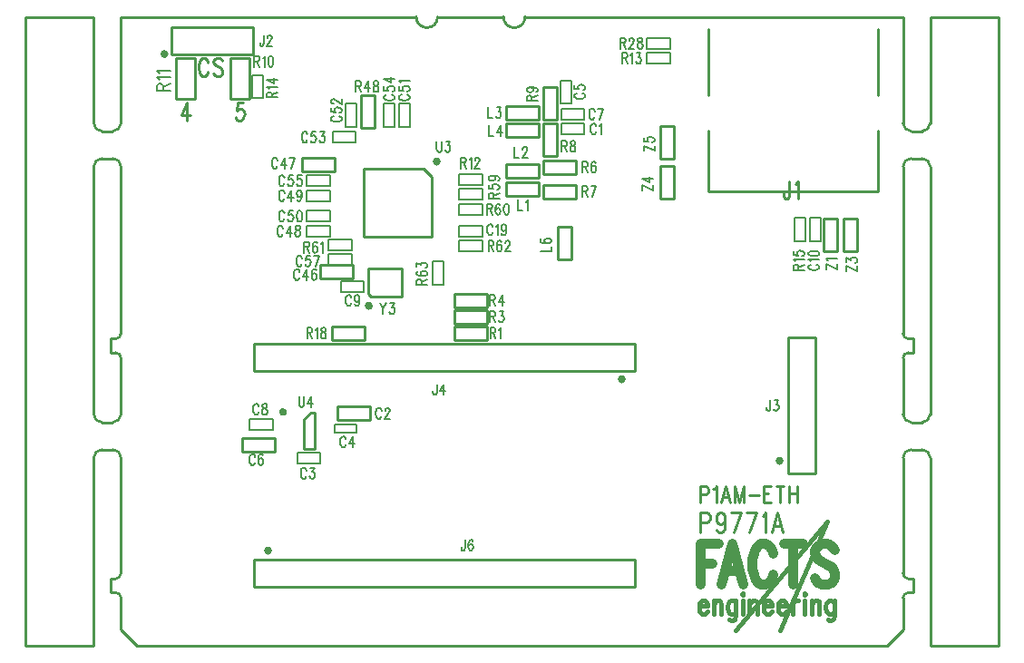
<source format=gto>
*
*
G04 PADS 9.4.1 Build Number: 494907 generated Gerber (RS-274-X) file*
G04 PC Version=2.1*
*
%IN "P9771A_EasyEDA_Edit.pcb"*%
*
%MOIN*%
*
%FSDAX24Y24*%
*
*
*
*
G04 PC Standard Apertures*
*
*
G04 Thermal Relief Aperture macro.*
%AMTER*
1,1,$1,0,0*
1,0,$1-$2,0,0*
21,0,$3,$4,0,0,45*
21,0,$3,$4,0,0,135*
%
*
*
G04 Annular Aperture macro.*
%AMANN*
1,1,$1,0,0*
1,0,$2,0,0*
%
*
*
G04 Odd Aperture macro.*
%AMODD*
1,1,$1,0,0*
1,0,$1-0.005,0,0*
%
*
*
G04 PC Custom Aperture Macros*
*
*
*
*
*
*
G04 PC Aperture Table*
*
%ADD023C,0.015*%
%ADD031C,0.01*%
%ADD050C,0.008*%
%ADD051C,0.001*%
%ADD059C,0.037*%
%ADD062C,0.006*%
%ADD099C,0.011*%
%ADD126C,0.009*%
*
*
*
*
G04 PC Circuitry*
G04 Layer Name P9771A_EasyEDA_Edit.pcb - circuitry*
%LPD*%
*
*
G04 PC Custom Flashes*
G04 Layer Name P9771A_EasyEDA_Edit.pcb - flashes*
%LPD*%
*
*
G04 PC Circuitry*
G04 Layer Name P9771A_EasyEDA_Edit.pcb - circuitry*
%LPD*%
*
G54D23*
G01X032992Y010579D02*
X036342Y014579D01*
X036342Y014579D02*
X034617Y010579D01*
X031633Y011459D02*
X031939Y011459D01*
X031939Y011529*
X031913Y011599*
X031913Y011599D02*
X031888Y011634D01*
X031837Y011669*
X031837Y011669D02*
X031761Y011669D01*
X031710Y011634*
X031659Y011564*
X031633Y011459*
X031633Y011459D02*
X031633Y011389D01*
X031633Y011389D02*
X031659Y011284D01*
X031710Y011214*
X031761Y011179*
X031837Y011179*
X031837Y011179D02*
X031888Y011214D01*
X031939Y011284*
X032168Y011669D02*
X032168Y011179D01*
X032168Y011529D02*
X032244Y011634D01*
X032244Y011634D02*
X032295Y011669D01*
X032295Y011669D02*
X032372Y011669D01*
X032423Y011634*
X032448Y011529*
X032448Y011179*
X032983Y011669D02*
X032983Y011109D01*
X032957Y011004*
X032957Y011004D02*
X032932Y010969D01*
X032881Y010934*
X032804Y010934*
X032804Y010934D02*
X032753Y010969D01*
X032983Y011564D02*
X032932Y011634D01*
X032881Y011669*
X032804Y011669*
X032804Y011669D02*
X032753Y011634D01*
X032753Y011634D02*
X032703Y011564D01*
X032677Y011459*
X032677Y011459D02*
X032677Y011389D01*
X032677Y011389D02*
X032703Y011284D01*
X032753Y011214*
X032753Y011214D02*
X032804Y011179D01*
X032804Y011179D02*
X032881Y011179D01*
X032932Y011214*
X032983Y011284*
X033212Y011914D02*
X033237Y011879D01*
X033237Y011879D02*
X033263Y011914D01*
X033237Y011949*
X033237Y011949D02*
X033212Y011914D01*
X033237Y011669D02*
X033237Y011179D01*
X033492Y011669D02*
X033492Y011179D01*
X033492Y011529D02*
X033568Y011634D01*
X033619Y011669*
X033695Y011669*
X033695Y011669D02*
X033746Y011634D01*
X033746Y011634D02*
X033772Y011529D01*
X033772Y011179*
X034001Y011459D02*
X034306Y011459D01*
X034306Y011459D02*
X034306Y011529D01*
X034306Y011529D02*
X034281Y011599D01*
X034255Y011634*
X034255Y011634D02*
X034204Y011669D01*
X034204Y011669D02*
X034128Y011669D01*
X034077Y011634*
X034077Y011634D02*
X034026Y011564D01*
X034026Y011564D02*
X034001Y011459D01*
X034001Y011389*
X034026Y011284*
X034026Y011284D02*
X034077Y011214D01*
X034077Y011214D02*
X034128Y011179D01*
X034204Y011179*
X034204Y011179D02*
X034255Y011214D01*
X034255Y011214D02*
X034306Y011284D01*
X034535Y011459D02*
X034841Y011459D01*
X034841Y011529*
X034815Y011599*
X034815Y011599D02*
X034790Y011634D01*
X034739Y011669*
X034663Y011669*
X034612Y011634*
X034561Y011564*
X034535Y011459*
X034535Y011459D02*
X034535Y011389D01*
X034535Y011389D02*
X034561Y011284D01*
X034612Y011214*
X034663Y011179*
X034739Y011179*
X034790Y011214*
X034841Y011284*
X035070Y011669D02*
X035070Y011179D01*
X035070Y011459D02*
X035095Y011564D01*
X035095Y011564D02*
X035146Y011634D01*
X035146Y011634D02*
X035197Y011669D01*
X035197Y011669D02*
X035273Y011669D01*
X035503Y011914D02*
X035528Y011879D01*
X035553Y011914*
X035553Y011914D02*
X035528Y011949D01*
X035503Y011914*
X035528Y011669D02*
X035528Y011179D01*
X035783Y011669D02*
X035783Y011179D01*
X035783Y011529D02*
X035859Y011634D01*
X035910Y011669*
X035986Y011669*
X035986Y011669D02*
X036037Y011634D01*
X036037Y011634D02*
X036063Y011529D01*
X036063Y011179*
X036597Y011669D02*
X036597Y011109D01*
X036597Y011109D02*
X036572Y011004D01*
X036546Y010969*
X036546Y010969D02*
X036495Y010934D01*
X036495Y010934D02*
X036419Y010934D01*
X036368Y010969*
X036597Y011564D02*
X036546Y011634D01*
X036546Y011634D02*
X036495Y011669D01*
X036495Y011669D02*
X036419Y011669D01*
X036368Y011634*
X036317Y011564*
X036317Y011564D02*
X036292Y011459D01*
X036292Y011389*
X036317Y011284*
X036317Y011284D02*
X036368Y011214D01*
X036419Y011179*
X036495Y011179*
X036495Y011179D02*
X036546Y011214D01*
X036546Y011214D02*
X036597Y011284D01*
G54D31*
X018350Y018800D02*
X018350Y018300D01*
X019550Y018300*
X019550Y018800*
X018350Y018800*
X018900Y023500D02*
X018900Y024000D01*
X017700Y024000*
X017700Y023500*
X018900Y023500*
X018250Y027450D02*
X018250Y027950D01*
X017050Y027950*
X017050Y027450*
X018250Y027450*
X016050Y017150D02*
X016050Y017650D01*
X014850Y017650*
X014850Y017150*
X016050Y017150*
X026450Y024200D02*
X026950Y024200D01*
X026950Y025400*
X026450Y025400*
X026450Y024200*
X017122Y018320D02*
X017372Y018570D01*
X017372Y018570D02*
X017500Y018570D01*
X017500Y017230*
X017122Y017230*
X017122Y017230D02*
X017122Y018320D01*
X019483Y022931D02*
X019583Y022831D01*
X019583Y022831D02*
X020716Y022831D01*
X020716Y022831D02*
X020716Y023868D01*
X020716Y023868D02*
X019483Y023868D01*
X019483Y022931*
X029277Y020110D02*
X015277Y020110D01*
X015277Y020110D02*
X015277Y021110D01*
X015277Y021110D02*
X029277Y021110D01*
X029277Y021110D02*
X029277Y020110D01*
X015277Y013160D02*
X029277Y013160D01*
X029277Y013160D02*
X029277Y012160D01*
X029277Y012160D02*
X015277Y012160D01*
X015277Y012160D02*
X015277Y013160D01*
X035897Y016330D02*
X035897Y021330D01*
X035897Y021330D02*
X034897Y021330D01*
X034897Y021330D02*
X034897Y016330D01*
X034897Y016330D02*
X035897Y016330D01*
X018150Y021750D02*
X018150Y021250D01*
X019350Y021250*
X019350Y021750*
X018150Y021750*
X019700Y030250D02*
X019200Y030250D01*
X019200Y029050*
X019700Y029050*
X019700Y030250*
X027100Y027350D02*
X027100Y027850D01*
X025900Y027850*
X025900Y027350*
X027100Y027350*
X027100Y026450D02*
X027100Y026950D01*
X025900Y026950*
X025900Y026450*
X027100Y026450*
X026400Y029200D02*
X025900Y029200D01*
X025900Y028000*
X026400Y028000*
X026400Y029200*
X025900Y029350D02*
X026400Y029350D01*
X026400Y030550*
X025900Y030550*
X025900Y029350*
X012250Y032750D02*
X015250Y032750D01*
X015250Y031750*
X012250Y031750*
X012250Y032750*
X014400Y030100D02*
X014400Y031600D01*
X015100Y031600*
X015100Y030100*
X014400Y030100*
X012400Y030100D02*
X012400Y031600D01*
X013100Y031600*
X013100Y030100*
X012400Y030100*
X023850Y021250D02*
X023850Y021750D01*
X022650Y021750*
X022650Y021250*
X023850Y021250*
X023850Y021850D02*
X023850Y022350D01*
X022650Y022350*
X022650Y021850*
X023850Y021850*
X023850Y022450D02*
X023850Y022950D01*
X022650Y022950*
X022650Y022450*
X023850Y022450*
X036200Y024500D02*
X036700Y024500D01*
X036700Y025700*
X036200Y025700*
X036200Y024500*
X036950Y024500D02*
X037450Y024500D01*
X037450Y025700*
X036950Y025700*
X036950Y024500*
X030200Y026450D02*
X030700Y026450D01*
X030700Y027650*
X030200Y027650*
X030200Y026450*
X030700Y029100D02*
X030200Y029100D01*
X030200Y027900*
X030700Y027900*
X030700Y029100*
X024550Y027050D02*
X024550Y026550D01*
X025750Y026550*
X025750Y027050*
X024550Y027050*
X024550Y027700D02*
X024550Y027200D01*
X025750Y027200*
X025750Y027700*
X024550Y027700*
X024550Y029850D02*
X024550Y029350D01*
X025750Y029350*
X025750Y029850*
X024550Y029850*
X024550Y029200D02*
X024550Y028700D01*
X025750Y028700*
X025750Y029200*
X024550Y029200*
X019300Y027550D02*
X019300Y025050D01*
X021800Y025050*
X021800Y027250*
X021500Y027550*
X019300Y027550*
X038228Y028928D02*
X038228Y026691D01*
X038228Y026691D02*
X031976Y026691D01*
X031976Y026691D02*
X031976Y028928D01*
X038228Y030228D02*
X038228Y032678D01*
X031976Y032678D02*
X031976Y030228D01*
X034961Y027084D02*
X034961Y026584D01*
X034961Y026584D02*
X034938Y026490D01*
X034938Y026490D02*
X034916Y026459D01*
X034870Y026428*
X034870Y026428D02*
X034825Y026428D01*
X034779Y026459*
X034779Y026459D02*
X034757Y026490D01*
X034757Y026490D02*
X034734Y026584D01*
X034734Y026646*
X035166Y026959D02*
X035211Y026990D01*
X035211Y026990D02*
X035279Y027084D01*
X035279Y027084D02*
X035279Y026428D01*
X012827Y029956D02*
X012600Y029518D01*
X012600Y029518D02*
X012940Y029518D01*
X012827Y029956D02*
X012827Y029300D01*
X014895Y029956D02*
X014668Y029956D01*
X014645Y029675*
X014668Y029706*
X014736Y029737*
X014736Y029737D02*
X014804Y029737D01*
X014804Y029737D02*
X014872Y029706D01*
X014872Y029706D02*
X014918Y029643D01*
X014918Y029643D02*
X014940Y029550D01*
X014940Y029550D02*
X014918Y029487D01*
X014918Y029487D02*
X014895Y029393D01*
X014895Y029393D02*
X014850Y029331D01*
X014781Y029300*
X014781Y029300D02*
X014713Y029300D01*
X014713Y029300D02*
X014645Y029331D01*
X014622Y029362*
X014622Y029362D02*
X014600Y029425D01*
X013590Y031450D02*
X013568Y031512D01*
X013568Y031512D02*
X013522Y031575D01*
X013522Y031575D02*
X013477Y031606D01*
X013386Y031606*
X013340Y031575*
X013340Y031575D02*
X013295Y031512D01*
X013295Y031512D02*
X013272Y031450D01*
X013272Y031450D02*
X013250Y031356D01*
X013250Y031200*
X013272Y031106*
X013272Y031106D02*
X013295Y031043D01*
X013295Y031043D02*
X013340Y030981D01*
X013340Y030981D02*
X013386Y030950D01*
X013477Y030950*
X013522Y030981*
X013522Y030981D02*
X013568Y031043D01*
X013568Y031043D02*
X013590Y031106D01*
X014113Y031512D02*
X014068Y031575D01*
X014000Y031606*
X013909Y031606*
X013840Y031575*
X013840Y031575D02*
X013795Y031512D01*
X013795Y031512D02*
X013795Y031450D01*
X013818Y031387*
X013818Y031387D02*
X013840Y031356D01*
X013840Y031356D02*
X013886Y031325D01*
X014022Y031262*
X014022Y031262D02*
X014068Y031231D01*
X014090Y031200*
X014090Y031200D02*
X014113Y031137D01*
X014113Y031137D02*
X014113Y031043D01*
X014113Y031043D02*
X014068Y030981D01*
X014000Y030950*
X013909Y030950*
X013840Y030981*
X013840Y030981D02*
X013795Y031043D01*
X006893Y010000D02*
X009393Y010000D01*
X009393Y010000D02*
X009393Y016915D01*
X009693Y017215D02*
G75*
G03X009393Y016915I000000J-000300D01*
G01X009693Y017215D02*
X010093Y017215D01*
X010393Y016915D02*
G03X010093Y017215I-000299J000000D01*
G01X010393Y016915D02*
X010393Y012666D01*
X010393Y012666D02*
X010393Y012666D01*
X010196Y012469D02*
G03X010393Y012666I000000J000197D01*
G01X010196Y012469D02*
X010000Y012469D01*
X010000Y011957*
X010000Y011957D02*
X010197Y011957D01*
X010394Y011761D02*
G03X010197Y011957I-000196J-000000D01*
G01X010394Y011761D02*
X010396Y010589D01*
X010986Y010000*
X010986Y010000D02*
X038543Y010000D01*
X039133Y010590*
X039133Y010590D02*
X039133Y011760D01*
X039330Y011957D02*
G03X039133Y011760I000000J-000196D01*
G01X039330Y011957D02*
X039527Y011957D01*
X039527Y011957D02*
X039527Y012469D01*
X039527Y012469D02*
X039330Y012469D01*
X039133Y012666D02*
G03X039330Y012469I000197J000000D01*
G01X039133Y012666D02*
X039133Y016915D01*
X039433Y017215D02*
G03X039133Y016915I000000J-000300D01*
G01X039433Y017215D02*
X039833Y017215D01*
X040133Y016915D02*
G03X039833Y017215I-000299J-000000D01*
G01X040133Y016915D02*
X040133Y010000D01*
X040133Y010000D02*
X042633Y010000D01*
X042633Y010000D02*
X042633Y033115D01*
X042633Y033115D02*
X040133Y033115D01*
X040133Y033115D02*
X040133Y029215D01*
X039833Y028915D02*
G03X040133Y029215I000000J000300D01*
G01X039833Y028915D02*
X039433Y028915D01*
X039133Y029215D02*
G03X039433Y028915I000300J000000D01*
G01X039133Y029215D02*
X039133Y033115D01*
X039133Y033115D02*
X025242Y033115D01*
X024454Y033115D02*
G03X025242Y033115I000394J000000D01*
G01X024454Y033115D02*
X022033Y033115D01*
X021246Y033115D02*
G03X022033Y033115I000393J000000D01*
G01X021246Y033115D02*
X010393Y033115D01*
X010393Y033115D02*
X010393Y029215D01*
X010093Y028915D02*
G03X010393Y029215I000000J000300D01*
G01X010093Y028915D02*
X009693Y028915D01*
X009393Y029215D02*
G03X009693Y028915I000300J000000D01*
G01X009393Y029215D02*
X009393Y033115D01*
X009393Y033115D02*
X006893Y033115D01*
X006893Y033115D02*
X006893Y010000D01*
X009693Y027915D02*
G03X009393Y027615I000000J-000300D01*
G01X009393Y027615D02*
X009393Y018515D01*
X009393Y018515D02*
G03X009693Y018215I000300J000000D01*
G01X009693Y018215D02*
X010093Y018215D01*
X010093Y018215D02*
G03X010393Y018515I000000J000300D01*
G01X010393Y018515D02*
X010393Y020579D01*
X010393Y020579D02*
G03X010196Y020776I-000196J000000D01*
G01X010196Y020776D02*
X010000Y020776D01*
X010000Y021288*
X010196Y021288*
X010196Y021288D02*
G03X010393Y021485I000000J000197D01*
G01X010393Y021485D02*
X010393Y021485D01*
X010393Y021485D02*
X010393Y027615D01*
X010393Y027615D02*
G03X010093Y027915I-000299J000000D01*
G01X010093Y027915D02*
X009693Y027915D01*
X040133Y027615D02*
G03X039833Y027915I-000299J-000000D01*
G01X040133Y027615D02*
X040133Y018515D01*
X039833Y018215D02*
G03X040133Y018515I000000J000300D01*
G01X039833Y018215D02*
X039433Y018215D01*
X039133Y018515D02*
G03X039433Y018215I000300J000000D01*
G01X039133Y018515D02*
X039133Y020579D01*
X039330Y020776D02*
G03X039133Y020579I000000J-000196D01*
G01X039330Y020776D02*
X039527Y020776D01*
X039527Y020776D02*
X039527Y021288D01*
X039527Y021288D02*
X039330Y021288D01*
X039133Y021485D02*
G03X039330Y021288I000197J000000D01*
G01X039133Y021485D02*
X039133Y027615D01*
X039433Y027915D02*
G03X039133Y027615I000000J-000300D01*
G01X039433Y027915D02*
X039833Y027915D01*
X022047Y027800D02*
G03X022047Y027800I-000049J0D01*
G01X022097Y027800D02*
G03X022097Y027800I-000099J0D01*
G01X028847Y019800D02*
G03X028847Y019800I-000049J0D01*
G01X028897Y019800D02*
G03X028897Y019800I-000099J0D01*
G01X015847Y013500D02*
G03X015847Y013500I-000049J0D01*
G01X015897Y013500D02*
G03X015897Y013500I-000099J0D01*
G01X034647Y016800D02*
G03X034647Y016800I-000049J0D01*
G01X034697Y016800D02*
G03X034697Y016800I-000099J0D01*
G01X016400Y018600D02*
G03X016400Y018600I-000050J0D01*
G01X016450Y018600D02*
G03X016450Y018600I-000100J0D01*
G01X012037Y031750D02*
G03X012037Y031750I-000049J0D01*
G01X012087Y031750D02*
G03X012087Y031750I-000099J0D01*
G01X019550Y022500D02*
G03X019550Y022500I-000050J0D01*
G01X019600Y022500D02*
G03X019600Y022500I-000100J0D01*
G54D50*
G01X018250Y018150D02*
X019050Y018150D01*
X019050Y017850*
X018250Y017850*
X018250Y018150*
X026570Y029200D02*
X026570Y028800D01*
X027430Y028800*
X027430Y029200*
X026570Y029200*
X036100Y025730D02*
X035700Y025730D01*
X035700Y024870*
X036100Y024870*
X036100Y025730*
X022820Y025450D02*
X022820Y025050D01*
X023680Y025050*
X023680Y025450*
X022820Y025450*
X017730Y016700D02*
X017730Y017100D01*
X016870Y017100*
X016870Y016700*
X017730Y016700*
X018080Y025048D02*
X018080Y025448D01*
X018080Y025448D02*
X017220Y025448D01*
X017220Y025448D02*
X017220Y025048D01*
X017220Y025048D02*
X018080Y025048D01*
X018080Y026349D02*
X018080Y026749D01*
X018080Y026749D02*
X017220Y026749D01*
X017220Y026749D02*
X017220Y026349D01*
X017220Y026349D02*
X018080Y026349D01*
X026550Y029920D02*
X026950Y029920D01*
X026950Y030780*
X026550Y030780*
X026550Y029920*
X018080Y025600D02*
X018080Y026000D01*
X018080Y026000D02*
X017220Y026000D01*
X017220Y026000D02*
X017220Y025600D01*
X017220Y025600D02*
X018080Y025600D01*
X020600Y029070D02*
X021000Y029070D01*
X021000Y029930*
X020600Y029930*
X020600Y029070*
X018650Y029070D02*
X019050Y029070D01*
X019050Y029930*
X018650Y029930*
X018650Y029070*
X019027Y028500D02*
X019027Y028900D01*
X019027Y028900D02*
X018167Y028900D01*
X018167Y028900D02*
X018167Y028500D01*
X018167Y028500D02*
X019027Y028500D01*
X020050Y029070D02*
X020450Y029070D01*
X020450Y029930*
X020050Y029930*
X020050Y029070*
X018080Y026900D02*
X018080Y027300D01*
X017220Y027300*
X017220Y026900*
X018080Y026900*
X018880Y024000D02*
X018880Y024400D01*
X018020Y024400*
X018020Y024000*
X018880Y024000*
X026570Y029750D02*
X026570Y029350D01*
X027430Y029350*
X027430Y029750*
X026570Y029750*
X015980Y017950D02*
X015980Y018350D01*
X015120Y018350*
X015120Y017950*
X015980Y017950*
X018470Y023400D02*
X018470Y023000D01*
X019330Y023000*
X019330Y023400*
X018470Y023400*
X022820Y027350D02*
X022820Y026950D01*
X023680Y026950*
X023680Y027350*
X022820Y027350*
X030580Y031400D02*
X030580Y031800D01*
X029720Y031800*
X029720Y031400*
X030580Y031400*
X035150Y024870D02*
X035550Y024870D01*
X035550Y025730*
X035150Y025730*
X035150Y024870*
X030580Y031950D02*
X030580Y032350D01*
X029720Y032350*
X029720Y031950*
X030580Y031950*
X022820Y026800D02*
X022820Y026400D01*
X023680Y026400*
X023680Y026800*
X022820Y026800*
X022820Y026250D02*
X022820Y025850D01*
X023680Y025850*
X023680Y026250*
X022820Y026250*
X018880Y024550D02*
X018880Y024950D01*
X018020Y024950*
X018020Y024550*
X018880Y024550*
X023680Y024500D02*
X023680Y024900D01*
X022820Y024900*
X022820Y024500*
X023680Y024500*
X021850Y023270D02*
X022250Y023270D01*
X022250Y024130*
X021850Y024130*
X021850Y023270*
X015600Y030980D02*
X015200Y030980D01*
X015200Y030120*
X015600Y030120*
X015600Y030980*
X011707Y030418D02*
X012200Y030418D01*
X011707Y030418D02*
X011707Y030571D01*
X011707Y030571D02*
X011731Y030622D01*
X011731Y030622D02*
X011754Y030639D01*
X011754Y030639D02*
X011801Y030656D01*
X011801Y030656D02*
X011848Y030656D01*
X011848Y030656D02*
X011895Y030639D01*
X011895Y030639D02*
X011918Y030622D01*
X011918Y030622D02*
X011942Y030571D01*
X011942Y030418*
X011942Y030537D02*
X012200Y030656D01*
X011801Y030810D02*
X011778Y030844D01*
X011707Y030895*
X011707Y030895D02*
X012200Y030895D01*
X011801Y031048D02*
X011778Y031082D01*
X011778Y031082D02*
X011707Y031133D01*
X011707Y031133D02*
X012200Y031133D01*
G54D51*
G54D59*
X031692Y013755D02*
X031692Y012279D01*
X031692Y013755D02*
X032357Y013755D01*
X031692Y013052D02*
X032101Y013052D01*
X036599Y013544D02*
X036497Y013685D01*
X036497Y013685D02*
X036344Y013755D01*
X036344Y013755D02*
X036139Y013755D01*
X036139Y013755D02*
X035986Y013685D01*
X035883Y013544*
X035883Y013544D02*
X035883Y013404D01*
X035883Y013404D02*
X035935Y013263D01*
X035935Y013263D02*
X035986Y013193D01*
X036088Y013123*
X036395Y012982*
X036497Y012912*
X036497Y012912D02*
X036548Y012841D01*
X036548Y012841D02*
X036599Y012701D01*
X036599Y012701D02*
X036599Y012490D01*
X036599Y012490D02*
X036497Y012349D01*
X036497Y012349D02*
X036344Y012279D01*
X036139Y012279*
X036139Y012279D02*
X035986Y012349D01*
X035986Y012349D02*
X035883Y012490D01*
X035091Y013755D02*
X035091Y012279D01*
X034733Y013755D02*
X035449Y013755D01*
X034351Y013404D02*
X034299Y013544D01*
X034299Y013544D02*
X034197Y013685D01*
X034197Y013685D02*
X034095Y013755D01*
X034095Y013755D02*
X033890Y013755D01*
X033890Y013755D02*
X033788Y013685D01*
X033686Y013544*
X033686Y013544D02*
X033635Y013404D01*
X033583Y013193*
X033583Y013193D02*
X033583Y012841D01*
X033583Y012841D02*
X033635Y012630D01*
X033635Y012630D02*
X033686Y012490D01*
X033788Y012349*
X033788Y012349D02*
X033890Y012279D01*
X033890Y012279D02*
X034095Y012279D01*
X034197Y012349*
X034197Y012349D02*
X034299Y012490D01*
X034299Y012490D02*
X034351Y012630D01*
X032843Y013755D02*
X032433Y012279D01*
X032843Y013755D02*
X033252Y012279D01*
X032587Y012771D02*
X033098Y012771D01*
G54D62*
X018654Y017600D02*
X018640Y017637D01*
X018640Y017637D02*
X018613Y017675D01*
X018613Y017675D02*
X018586Y017693D01*
X018586Y017693D02*
X018531Y017693D01*
X018531Y017693D02*
X018504Y017675D01*
X018504Y017675D02*
X018477Y017637D01*
X018477Y017637D02*
X018463Y017600D01*
X018463Y017600D02*
X018450Y017543D01*
X018450Y017543D02*
X018450Y017450D01*
X018463Y017393*
X018463Y017393D02*
X018477Y017356D01*
X018504Y017318*
X018504Y017318D02*
X018531Y017300D01*
X018531Y017300D02*
X018586Y017300D01*
X018613Y017318*
X018613Y017318D02*
X018640Y017356D01*
X018640Y017356D02*
X018654Y017393D01*
X018913Y017693D02*
X018777Y017431D01*
X018981Y017431*
X018913Y017693D02*
X018913Y017300D01*
X027854Y029100D02*
X027840Y029137D01*
X027840Y029137D02*
X027813Y029175D01*
X027813Y029175D02*
X027786Y029193D01*
X027786Y029193D02*
X027731Y029193D01*
X027731Y029193D02*
X027704Y029175D01*
X027704Y029175D02*
X027677Y029137D01*
X027677Y029137D02*
X027663Y029100D01*
X027663Y029100D02*
X027650Y029043D01*
X027650Y029043D02*
X027650Y028950D01*
X027663Y028893*
X027663Y028893D02*
X027677Y028856D01*
X027704Y028818*
X027704Y028818D02*
X027731Y028800D01*
X027731Y028800D02*
X027786Y028800D01*
X027813Y028818*
X027813Y028818D02*
X027840Y028856D01*
X027840Y028856D02*
X027854Y028893D01*
X027977Y029118D02*
X028004Y029137D01*
X028004Y029137D02*
X028045Y029193D01*
X028045Y029193D02*
X028045Y028800D01*
X035750Y024012D02*
X035712Y023999D01*
X035712Y023999D02*
X035675Y023971D01*
X035675Y023971D02*
X035656Y023944D01*
X035656Y023944D02*
X035656Y023890D01*
X035675Y023862*
X035675Y023862D02*
X035712Y023835D01*
X035712Y023835D02*
X035750Y023821D01*
X035750Y023821D02*
X035806Y023808D01*
X035900Y023808*
X035956Y023821*
X035956Y023821D02*
X035993Y023835D01*
X035993Y023835D02*
X036031Y023862D01*
X036031Y023862D02*
X036050Y023890D01*
X036050Y023944*
X036050Y023944D02*
X036031Y023971D01*
X036031Y023971D02*
X035993Y023999D01*
X035993Y023999D02*
X035956Y024012D01*
X035731Y024135D02*
X035712Y024162D01*
X035712Y024162D02*
X035656Y024203D01*
X035656Y024203D02*
X036050Y024203D01*
X035656Y024408D02*
X035675Y024367D01*
X035731Y024340*
X035825Y024326*
X035881Y024326*
X035975Y024340*
X036031Y024367*
X036050Y024408*
X036050Y024435*
X036031Y024476*
X035975Y024503*
X035975Y024503D02*
X035881Y024517D01*
X035825Y024517*
X035731Y024503*
X035731Y024503D02*
X035675Y024476D01*
X035656Y024435*
X035656Y024408*
X024054Y025400D02*
X024040Y025437D01*
X024040Y025437D02*
X024013Y025475D01*
X024013Y025475D02*
X023986Y025493D01*
X023986Y025493D02*
X023931Y025493D01*
X023931Y025493D02*
X023904Y025475D01*
X023904Y025475D02*
X023877Y025437D01*
X023877Y025437D02*
X023863Y025400D01*
X023863Y025400D02*
X023850Y025343D01*
X023850Y025343D02*
X023850Y025250D01*
X023863Y025193*
X023863Y025193D02*
X023877Y025156D01*
X023904Y025118*
X023904Y025118D02*
X023931Y025100D01*
X023931Y025100D02*
X023986Y025100D01*
X024013Y025118*
X024013Y025118D02*
X024040Y025156D01*
X024040Y025156D02*
X024054Y025193D01*
X024177Y025418D02*
X024204Y025437D01*
X024204Y025437D02*
X024245Y025493D01*
X024245Y025493D02*
X024245Y025100D01*
X024545Y025362D02*
X024531Y025306D01*
X024531Y025306D02*
X024504Y025268D01*
X024504Y025268D02*
X024463Y025250D01*
X024463Y025250D02*
X024450Y025250D01*
X024409Y025268*
X024409Y025268D02*
X024381Y025306D01*
X024381Y025306D02*
X024368Y025362D01*
X024368Y025362D02*
X024368Y025381D01*
X024381Y025437*
X024381Y025437D02*
X024409Y025475D01*
X024450Y025493*
X024450Y025493D02*
X024463Y025493D01*
X024463Y025493D02*
X024504Y025475D01*
X024504Y025475D02*
X024531Y025437D01*
X024531Y025437D02*
X024545Y025362D01*
X024545Y025362D02*
X024545Y025268D01*
X024545Y025268D02*
X024531Y025175D01*
X024531Y025175D02*
X024504Y025118D01*
X024504Y025118D02*
X024463Y025100D01*
X024463Y025100D02*
X024436Y025100D01*
X024395Y025118*
X024395Y025118D02*
X024381Y025156D01*
X017208Y016450D02*
X017194Y016487D01*
X017194Y016487D02*
X017167Y016525D01*
X017140Y016543*
X017140Y016543D02*
X017085Y016543D01*
X017085Y016543D02*
X017058Y016525D01*
X017030Y016487*
X017030Y016487D02*
X017017Y016450D01*
X017003Y016393*
X017003Y016393D02*
X017003Y016300D01*
X017003Y016300D02*
X017017Y016243D01*
X017017Y016243D02*
X017030Y016206D01*
X017030Y016206D02*
X017058Y016168D01*
X017058Y016168D02*
X017085Y016150D01*
X017140Y016150*
X017167Y016168*
X017167Y016168D02*
X017194Y016206D01*
X017194Y016206D02*
X017208Y016243D01*
X017358Y016543D02*
X017508Y016543D01*
X017508Y016543D02*
X017426Y016393D01*
X017426Y016393D02*
X017467Y016393D01*
X017467Y016393D02*
X017494Y016375D01*
X017494Y016375D02*
X017508Y016356D01*
X017521Y016300*
X017521Y016300D02*
X017521Y016262D01*
X017521Y016262D02*
X017508Y016206D01*
X017480Y016168*
X017480Y016168D02*
X017440Y016150D01*
X017399Y016150*
X017358Y016168*
X017358Y016168D02*
X017344Y016187D01*
X017344Y016187D02*
X017330Y016225D01*
X016344Y025350D02*
X016330Y025387D01*
X016330Y025387D02*
X016303Y025425D01*
X016303Y025425D02*
X016276Y025443D01*
X016276Y025443D02*
X016221Y025443D01*
X016221Y025443D02*
X016194Y025425D01*
X016194Y025425D02*
X016167Y025387D01*
X016167Y025387D02*
X016153Y025350D01*
X016153Y025350D02*
X016140Y025293D01*
X016140Y025293D02*
X016140Y025200D01*
X016153Y025143*
X016153Y025143D02*
X016167Y025106D01*
X016194Y025068*
X016194Y025068D02*
X016221Y025050D01*
X016221Y025050D02*
X016276Y025050D01*
X016303Y025068*
X016303Y025068D02*
X016330Y025106D01*
X016330Y025106D02*
X016344Y025143D01*
X016603Y025443D02*
X016467Y025181D01*
X016671Y025181*
X016603Y025443D02*
X016603Y025050D01*
X016862Y025443D02*
X016821Y025425D01*
X016821Y025425D02*
X016808Y025387D01*
X016808Y025387D02*
X016808Y025350D01*
X016821Y025312*
X016821Y025312D02*
X016849Y025293D01*
X016849Y025293D02*
X016903Y025275D01*
X016903Y025275D02*
X016944Y025256D01*
X016944Y025256D02*
X016971Y025218D01*
X016971Y025218D02*
X016985Y025181D01*
X016985Y025125*
X016971Y025087*
X016971Y025087D02*
X016958Y025068D01*
X016958Y025068D02*
X016917Y025050D01*
X016862Y025050*
X016862Y025050D02*
X016821Y025068D01*
X016821Y025068D02*
X016808Y025087D01*
X016808Y025087D02*
X016794Y025125D01*
X016794Y025125D02*
X016794Y025181D01*
X016794Y025181D02*
X016808Y025218D01*
X016808Y025218D02*
X016835Y025256D01*
X016876Y025275*
X016930Y025293*
X016930Y025293D02*
X016958Y025312D01*
X016958Y025312D02*
X016971Y025350D01*
X016971Y025350D02*
X016971Y025387D01*
X016971Y025387D02*
X016958Y025425D01*
X016917Y025443*
X016917Y025443D02*
X016862Y025443D01*
X016404Y026650D02*
X016390Y026687D01*
X016390Y026687D02*
X016363Y026725D01*
X016363Y026725D02*
X016336Y026743D01*
X016336Y026743D02*
X016281Y026743D01*
X016281Y026743D02*
X016254Y026725D01*
X016254Y026725D02*
X016227Y026687D01*
X016227Y026687D02*
X016213Y026650D01*
X016213Y026650D02*
X016200Y026593D01*
X016200Y026593D02*
X016200Y026500D01*
X016213Y026443*
X016213Y026443D02*
X016227Y026406D01*
X016254Y026368*
X016254Y026368D02*
X016281Y026350D01*
X016281Y026350D02*
X016336Y026350D01*
X016363Y026368*
X016363Y026368D02*
X016390Y026406D01*
X016390Y026406D02*
X016404Y026443D01*
X016663Y026743D02*
X016527Y026481D01*
X016731Y026481*
X016663Y026743D02*
X016663Y026350D01*
X017031Y026612D02*
X017018Y026556D01*
X016990Y026518*
X016990Y026518D02*
X016950Y026500D01*
X016936Y026500*
X016895Y026518*
X016895Y026518D02*
X016868Y026556D01*
X016854Y026612*
X016854Y026612D02*
X016854Y026631D01*
X016854Y026631D02*
X016868Y026687D01*
X016868Y026687D02*
X016895Y026725D01*
X016936Y026743*
X016936Y026743D02*
X016950Y026743D01*
X016950Y026743D02*
X016990Y026725D01*
X016990Y026725D02*
X017018Y026687D01*
X017018Y026687D02*
X017031Y026612D01*
X017031Y026612D02*
X017031Y026518D01*
X017031Y026518D02*
X017018Y026425D01*
X016990Y026368*
X016990Y026368D02*
X016950Y026350D01*
X016922Y026350*
X016922Y026350D02*
X016881Y026368D01*
X016881Y026368D02*
X016868Y026406D01*
X027150Y030304D02*
X027112Y030290D01*
X027112Y030290D02*
X027075Y030263D01*
X027075Y030263D02*
X027056Y030236D01*
X027056Y030181*
X027056Y030181D02*
X027075Y030154D01*
X027075Y030154D02*
X027112Y030127D01*
X027112Y030127D02*
X027150Y030113D01*
X027150Y030113D02*
X027206Y030100D01*
X027300Y030100*
X027356Y030113*
X027356Y030113D02*
X027393Y030127D01*
X027393Y030127D02*
X027431Y030154D01*
X027431Y030154D02*
X027450Y030181D01*
X027450Y030181D02*
X027450Y030236D01*
X027431Y030263*
X027431Y030263D02*
X027393Y030290D01*
X027393Y030290D02*
X027356Y030304D01*
X027056Y030604D02*
X027056Y030468D01*
X027225Y030454*
X027225Y030454D02*
X027206Y030468D01*
X027187Y030509*
X027187Y030509D02*
X027187Y030550D01*
X027187Y030550D02*
X027206Y030590D01*
X027206Y030590D02*
X027243Y030618D01*
X027243Y030618D02*
X027300Y030631D01*
X027300Y030631D02*
X027337Y030618D01*
X027337Y030618D02*
X027393Y030604D01*
X027393Y030604D02*
X027431Y030577D01*
X027450Y030536*
X027450Y030495*
X027431Y030454*
X027431Y030454D02*
X027412Y030440D01*
X027412Y030440D02*
X027375Y030427D01*
X016404Y025900D02*
X016390Y025937D01*
X016390Y025937D02*
X016363Y025975D01*
X016363Y025975D02*
X016336Y025993D01*
X016336Y025993D02*
X016281Y025993D01*
X016281Y025993D02*
X016254Y025975D01*
X016254Y025975D02*
X016227Y025937D01*
X016227Y025937D02*
X016213Y025900D01*
X016213Y025900D02*
X016200Y025843D01*
X016200Y025843D02*
X016200Y025750D01*
X016213Y025693*
X016213Y025693D02*
X016227Y025656D01*
X016254Y025618*
X016254Y025618D02*
X016281Y025600D01*
X016281Y025600D02*
X016336Y025600D01*
X016363Y025618*
X016363Y025618D02*
X016390Y025656D01*
X016390Y025656D02*
X016404Y025693D01*
X016704Y025993D02*
X016568Y025993D01*
X016568Y025993D02*
X016554Y025825D01*
X016554Y025825D02*
X016568Y025843D01*
X016568Y025843D02*
X016609Y025862D01*
X016609Y025862D02*
X016650Y025862D01*
X016650Y025862D02*
X016690Y025843D01*
X016690Y025843D02*
X016718Y025806D01*
X016731Y025750*
X016731Y025750D02*
X016718Y025712D01*
X016718Y025712D02*
X016704Y025656D01*
X016704Y025656D02*
X016677Y025618D01*
X016677Y025618D02*
X016636Y025600D01*
X016595Y025600*
X016554Y025618*
X016554Y025618D02*
X016540Y025637D01*
X016540Y025637D02*
X016527Y025675D01*
X016936Y025993D02*
X016895Y025975D01*
X016868Y025918*
X016868Y025918D02*
X016854Y025825D01*
X016854Y025825D02*
X016854Y025768D01*
X016854Y025768D02*
X016868Y025675D01*
X016895Y025618*
X016895Y025618D02*
X016936Y025600D01*
X016963Y025600*
X016963Y025600D02*
X017004Y025618D01*
X017004Y025618D02*
X017031Y025675D01*
X017031Y025675D02*
X017045Y025768D01*
X017045Y025768D02*
X017045Y025825D01*
X017031Y025918*
X017031Y025918D02*
X017004Y025975D01*
X017004Y025975D02*
X016963Y025993D01*
X016963Y025993D02*
X016936Y025993D01*
X020700Y030254D02*
X020662Y030240D01*
X020662Y030240D02*
X020625Y030213D01*
X020625Y030213D02*
X020606Y030186D01*
X020606Y030131*
X020606Y030131D02*
X020625Y030104D01*
X020625Y030104D02*
X020662Y030077D01*
X020700Y030063*
X020700Y030063D02*
X020756Y030050D01*
X020850Y030050*
X020906Y030063*
X020906Y030063D02*
X020943Y030077D01*
X020943Y030077D02*
X020981Y030104D01*
X020981Y030104D02*
X021000Y030131D01*
X021000Y030131D02*
X021000Y030186D01*
X020981Y030213*
X020981Y030213D02*
X020943Y030240D01*
X020943Y030240D02*
X020906Y030254D01*
X020606Y030554D02*
X020606Y030418D01*
X020775Y030404*
X020775Y030404D02*
X020756Y030418D01*
X020737Y030459*
X020737Y030500*
X020756Y030540*
X020756Y030540D02*
X020793Y030568D01*
X020793Y030568D02*
X020850Y030581D01*
X020850Y030581D02*
X020887Y030568D01*
X020943Y030554*
X020943Y030554D02*
X020981Y030527D01*
X021000Y030486*
X021000Y030445*
X020981Y030404*
X020981Y030404D02*
X020962Y030390D01*
X020962Y030390D02*
X020925Y030377D01*
X020681Y030704D02*
X020662Y030731D01*
X020662Y030731D02*
X020606Y030772D01*
X020606Y030772D02*
X021000Y030772D01*
X018200Y029464D02*
X018162Y029450D01*
X018162Y029450D02*
X018125Y029423D01*
X018125Y029423D02*
X018106Y029396D01*
X018106Y029341*
X018106Y029341D02*
X018125Y029314D01*
X018125Y029314D02*
X018162Y029287D01*
X018200Y029273*
X018200Y029273D02*
X018256Y029260D01*
X018350Y029260*
X018406Y029273*
X018406Y029273D02*
X018443Y029287D01*
X018443Y029287D02*
X018481Y029314D01*
X018481Y029314D02*
X018500Y029341D01*
X018500Y029341D02*
X018500Y029396D01*
X018481Y029423*
X018481Y029423D02*
X018443Y029450D01*
X018443Y029450D02*
X018406Y029464D01*
X018106Y029764D02*
X018106Y029628D01*
X018275Y029614*
X018275Y029614D02*
X018256Y029628D01*
X018237Y029669*
X018237Y029710*
X018256Y029750*
X018256Y029750D02*
X018293Y029778D01*
X018293Y029778D02*
X018350Y029791D01*
X018350Y029791D02*
X018387Y029778D01*
X018443Y029764*
X018443Y029764D02*
X018481Y029737D01*
X018500Y029696*
X018500Y029655*
X018481Y029614*
X018481Y029614D02*
X018462Y029600D01*
X018462Y029600D02*
X018425Y029587D01*
X018200Y029928D02*
X018181Y029928D01*
X018143Y029941*
X018143Y029941D02*
X018125Y029955D01*
X018106Y029982*
X018106Y029982D02*
X018106Y030037D01*
X018125Y030064*
X018125Y030064D02*
X018143Y030078D01*
X018143Y030078D02*
X018181Y030091D01*
X018181Y030091D02*
X018218Y030091D01*
X018218Y030091D02*
X018256Y030078D01*
X018312Y030050*
X018312Y030050D02*
X018500Y029914D01*
X018500Y029914D02*
X018500Y030105D01*
X017244Y028800D02*
X017230Y028837D01*
X017230Y028837D02*
X017203Y028875D01*
X017203Y028875D02*
X017176Y028893D01*
X017176Y028893D02*
X017121Y028893D01*
X017121Y028893D02*
X017094Y028875D01*
X017094Y028875D02*
X017067Y028837D01*
X017067Y028837D02*
X017053Y028800D01*
X017053Y028800D02*
X017040Y028743D01*
X017040Y028743D02*
X017040Y028650D01*
X017053Y028593*
X017053Y028593D02*
X017067Y028556D01*
X017094Y028518*
X017094Y028518D02*
X017121Y028500D01*
X017121Y028500D02*
X017176Y028500D01*
X017203Y028518*
X017203Y028518D02*
X017230Y028556D01*
X017230Y028556D02*
X017244Y028593D01*
X017544Y028893D02*
X017408Y028893D01*
X017408Y028893D02*
X017394Y028725D01*
X017394Y028725D02*
X017408Y028743D01*
X017408Y028743D02*
X017449Y028762D01*
X017449Y028762D02*
X017490Y028762D01*
X017490Y028762D02*
X017530Y028743D01*
X017530Y028743D02*
X017558Y028706D01*
X017571Y028650*
X017571Y028650D02*
X017558Y028612D01*
X017558Y028612D02*
X017544Y028556D01*
X017544Y028556D02*
X017517Y028518D01*
X017517Y028518D02*
X017476Y028500D01*
X017435Y028500*
X017394Y028518*
X017394Y028518D02*
X017380Y028537D01*
X017380Y028537D02*
X017367Y028575D01*
X017721Y028893D02*
X017871Y028893D01*
X017871Y028893D02*
X017790Y028743D01*
X017790Y028743D02*
X017830Y028743D01*
X017830Y028743D02*
X017858Y028725D01*
X017871Y028706*
X017871Y028706D02*
X017885Y028650D01*
X017885Y028612*
X017885Y028612D02*
X017871Y028556D01*
X017871Y028556D02*
X017844Y028518D01*
X017844Y028518D02*
X017803Y028500D01*
X017803Y028500D02*
X017762Y028500D01*
X017762Y028500D02*
X017721Y028518D01*
X017721Y028518D02*
X017708Y028537D01*
X017708Y028537D02*
X017694Y028575D01*
X020150Y030254D02*
X020112Y030240D01*
X020112Y030240D02*
X020075Y030213D01*
X020075Y030213D02*
X020056Y030186D01*
X020056Y030131*
X020056Y030131D02*
X020075Y030104D01*
X020075Y030104D02*
X020112Y030077D01*
X020150Y030063*
X020150Y030063D02*
X020206Y030050D01*
X020300Y030050*
X020356Y030063*
X020356Y030063D02*
X020393Y030077D01*
X020393Y030077D02*
X020431Y030104D01*
X020431Y030104D02*
X020450Y030131D01*
X020450Y030131D02*
X020450Y030186D01*
X020431Y030213*
X020431Y030213D02*
X020393Y030240D01*
X020393Y030240D02*
X020356Y030254D01*
X020056Y030554D02*
X020056Y030418D01*
X020225Y030404*
X020225Y030404D02*
X020206Y030418D01*
X020187Y030459*
X020187Y030500*
X020206Y030540*
X020206Y030540D02*
X020243Y030568D01*
X020243Y030568D02*
X020300Y030581D01*
X020300Y030581D02*
X020337Y030568D01*
X020393Y030554*
X020393Y030554D02*
X020431Y030527D01*
X020450Y030486*
X020450Y030445*
X020431Y030404*
X020431Y030404D02*
X020412Y030390D01*
X020412Y030390D02*
X020375Y030377D01*
X020056Y030840D02*
X020318Y030704D01*
X020318Y030704D02*
X020318Y030909D01*
X020056Y030840D02*
X020450Y030840D01*
X016404Y027200D02*
X016390Y027237D01*
X016390Y027237D02*
X016363Y027275D01*
X016363Y027275D02*
X016336Y027293D01*
X016336Y027293D02*
X016281Y027293D01*
X016281Y027293D02*
X016254Y027275D01*
X016254Y027275D02*
X016227Y027237D01*
X016227Y027237D02*
X016213Y027200D01*
X016213Y027200D02*
X016200Y027143D01*
X016200Y027143D02*
X016200Y027050D01*
X016213Y026993*
X016213Y026993D02*
X016227Y026956D01*
X016254Y026918*
X016254Y026918D02*
X016281Y026900D01*
X016281Y026900D02*
X016336Y026900D01*
X016363Y026918*
X016363Y026918D02*
X016390Y026956D01*
X016390Y026956D02*
X016404Y026993D01*
X016704Y027293D02*
X016568Y027293D01*
X016568Y027293D02*
X016554Y027125D01*
X016554Y027125D02*
X016568Y027143D01*
X016568Y027143D02*
X016609Y027162D01*
X016609Y027162D02*
X016650Y027162D01*
X016650Y027162D02*
X016690Y027143D01*
X016690Y027143D02*
X016718Y027106D01*
X016731Y027050*
X016731Y027050D02*
X016718Y027012D01*
X016718Y027012D02*
X016704Y026956D01*
X016704Y026956D02*
X016677Y026918D01*
X016677Y026918D02*
X016636Y026900D01*
X016595Y026900*
X016554Y026918*
X016554Y026918D02*
X016540Y026937D01*
X016540Y026937D02*
X016527Y026975D01*
X017031Y027293D02*
X016895Y027293D01*
X016895Y027293D02*
X016881Y027125D01*
X016881Y027125D02*
X016895Y027143D01*
X016895Y027143D02*
X016936Y027162D01*
X016936Y027162D02*
X016977Y027162D01*
X016977Y027162D02*
X017018Y027143D01*
X017018Y027143D02*
X017045Y027106D01*
X017059Y027050*
X017045Y027012*
X017045Y027012D02*
X017031Y026956D01*
X017031Y026956D02*
X017004Y026918D01*
X017004Y026918D02*
X016963Y026900D01*
X016963Y026900D02*
X016922Y026900D01*
X016922Y026900D02*
X016881Y026918D01*
X016881Y026918D02*
X016868Y026937D01*
X016868Y026937D02*
X016854Y026975D01*
X017044Y024250D02*
X017030Y024287D01*
X017030Y024287D02*
X017003Y024325D01*
X017003Y024325D02*
X016976Y024343D01*
X016976Y024343D02*
X016921Y024343D01*
X016921Y024343D02*
X016894Y024325D01*
X016867Y024287*
X016867Y024287D02*
X016853Y024250D01*
X016853Y024250D02*
X016840Y024193D01*
X016840Y024193D02*
X016840Y024100D01*
X016853Y024043*
X016853Y024043D02*
X016867Y024006D01*
X016894Y023968*
X016894Y023968D02*
X016921Y023950D01*
X016921Y023950D02*
X016976Y023950D01*
X017003Y023968*
X017003Y023968D02*
X017030Y024006D01*
X017030Y024006D02*
X017044Y024043D01*
X017344Y024343D02*
X017208Y024343D01*
X017208Y024343D02*
X017194Y024175D01*
X017208Y024193*
X017208Y024193D02*
X017249Y024212D01*
X017249Y024212D02*
X017290Y024212D01*
X017290Y024212D02*
X017330Y024193D01*
X017330Y024193D02*
X017358Y024156D01*
X017371Y024100*
X017371Y024100D02*
X017358Y024062D01*
X017358Y024062D02*
X017344Y024006D01*
X017317Y023968*
X017317Y023968D02*
X017276Y023950D01*
X017235Y023950*
X017194Y023968*
X017194Y023968D02*
X017180Y023987D01*
X017180Y023987D02*
X017167Y024025D01*
X017685Y024343D02*
X017549Y023950D01*
X017494Y024343D02*
X017685Y024343D01*
X027804Y029650D02*
X027790Y029687D01*
X027790Y029687D02*
X027763Y029725D01*
X027763Y029725D02*
X027736Y029743D01*
X027736Y029743D02*
X027681Y029743D01*
X027681Y029743D02*
X027654Y029725D01*
X027654Y029725D02*
X027627Y029687D01*
X027627Y029687D02*
X027613Y029650D01*
X027613Y029650D02*
X027600Y029593D01*
X027600Y029593D02*
X027600Y029500D01*
X027613Y029443*
X027613Y029443D02*
X027627Y029406D01*
X027654Y029368*
X027654Y029368D02*
X027681Y029350D01*
X027681Y029350D02*
X027736Y029350D01*
X027763Y029368*
X027763Y029368D02*
X027790Y029406D01*
X027790Y029406D02*
X027804Y029443D01*
X028118Y029743D02*
X027981Y029350D01*
X027927Y029743D02*
X028118Y029743D01*
X015454Y018800D02*
X015440Y018837D01*
X015440Y018837D02*
X015413Y018875D01*
X015413Y018875D02*
X015386Y018893D01*
X015386Y018893D02*
X015331Y018893D01*
X015331Y018893D02*
X015304Y018875D01*
X015304Y018875D02*
X015277Y018837D01*
X015263Y018800*
X015263Y018800D02*
X015250Y018743D01*
X015250Y018743D02*
X015250Y018650D01*
X015263Y018593*
X015263Y018593D02*
X015277Y018556D01*
X015304Y018518*
X015304Y018518D02*
X015331Y018500D01*
X015331Y018500D02*
X015386Y018500D01*
X015413Y018518*
X015413Y018518D02*
X015440Y018556D01*
X015440Y018556D02*
X015454Y018593D01*
X015645Y018893D02*
X015604Y018875D01*
X015604Y018875D02*
X015590Y018837D01*
X015590Y018837D02*
X015590Y018800D01*
X015590Y018800D02*
X015604Y018762D01*
X015604Y018762D02*
X015631Y018743D01*
X015631Y018743D02*
X015686Y018725D01*
X015727Y018706*
X015754Y018668*
X015754Y018668D02*
X015768Y018631D01*
X015768Y018575*
X015754Y018537*
X015754Y018537D02*
X015740Y018518D01*
X015740Y018518D02*
X015700Y018500D01*
X015645Y018500*
X015604Y018518*
X015604Y018518D02*
X015590Y018537D01*
X015590Y018537D02*
X015577Y018575D01*
X015577Y018631*
X015590Y018668*
X015590Y018668D02*
X015618Y018706D01*
X015659Y018725*
X015713Y018743*
X015713Y018743D02*
X015740Y018762D01*
X015740Y018762D02*
X015754Y018800D01*
X015754Y018800D02*
X015754Y018837D01*
X015754Y018837D02*
X015740Y018875D01*
X015740Y018875D02*
X015700Y018893D01*
X015700Y018893D02*
X015645Y018893D01*
X018854Y022800D02*
X018840Y022837D01*
X018840Y022837D02*
X018813Y022875D01*
X018813Y022875D02*
X018786Y022893D01*
X018786Y022893D02*
X018731Y022893D01*
X018731Y022893D02*
X018704Y022875D01*
X018704Y022875D02*
X018677Y022837D01*
X018677Y022837D02*
X018663Y022800D01*
X018663Y022800D02*
X018650Y022743D01*
X018650Y022743D02*
X018650Y022650D01*
X018663Y022593*
X018663Y022593D02*
X018677Y022556D01*
X018704Y022518*
X018704Y022518D02*
X018731Y022500D01*
X018731Y022500D02*
X018786Y022500D01*
X018813Y022518*
X018813Y022518D02*
X018840Y022556D01*
X018840Y022556D02*
X018854Y022593D01*
X019154Y022762D02*
X019140Y022706D01*
X019140Y022706D02*
X019113Y022668D01*
X019113Y022668D02*
X019072Y022650D01*
X019072Y022650D02*
X019059Y022650D01*
X019018Y022668*
X019018Y022668D02*
X018990Y022706D01*
X018990Y022706D02*
X018977Y022762D01*
X018977Y022762D02*
X018977Y022781D01*
X018990Y022837*
X018990Y022837D02*
X019018Y022875D01*
X019059Y022893*
X019059Y022893D02*
X019072Y022893D01*
X019072Y022893D02*
X019113Y022875D01*
X019113Y022875D02*
X019140Y022837D01*
X019140Y022837D02*
X019154Y022762D01*
X019154Y022762D02*
X019154Y022668D01*
X019154Y022668D02*
X019140Y022575D01*
X019140Y022575D02*
X019113Y022518D01*
X019113Y022518D02*
X019072Y022500D01*
X019072Y022500D02*
X019045Y022500D01*
X019004Y022518*
X019004Y022518D02*
X018990Y022556D01*
X019968Y018650D02*
X019954Y018687D01*
X019954Y018687D02*
X019927Y018725D01*
X019900Y018743*
X019900Y018743D02*
X019845Y018743D01*
X019845Y018743D02*
X019818Y018725D01*
X019790Y018687*
X019790Y018687D02*
X019777Y018650D01*
X019763Y018593*
X019763Y018593D02*
X019763Y018500D01*
X019763Y018500D02*
X019777Y018443D01*
X019777Y018443D02*
X019790Y018406D01*
X019790Y018406D02*
X019818Y018368D01*
X019818Y018368D02*
X019845Y018350D01*
X019900Y018350*
X019927Y018368*
X019927Y018368D02*
X019954Y018406D01*
X019954Y018406D02*
X019968Y018443D01*
X020104Y018650D02*
X020104Y018668D01*
X020104Y018668D02*
X020118Y018706D01*
X020131Y018725*
X020131Y018725D02*
X020159Y018743D01*
X020159Y018743D02*
X020213Y018743D01*
X020213Y018743D02*
X020240Y018725D01*
X020240Y018725D02*
X020254Y018706D01*
X020254Y018706D02*
X020268Y018668D01*
X020268Y018668D02*
X020268Y018631D01*
X020254Y018593*
X020254Y018593D02*
X020227Y018537D01*
X020227Y018537D02*
X020090Y018350D01*
X020090Y018350D02*
X020281Y018350D01*
X016951Y023750D02*
X016937Y023787D01*
X016937Y023787D02*
X016910Y023825D01*
X016883Y023843*
X016883Y023843D02*
X016828Y023843D01*
X016828Y023843D02*
X016801Y023825D01*
X016774Y023787*
X016774Y023787D02*
X016760Y023750D01*
X016746Y023693*
X016746Y023693D02*
X016746Y023600D01*
X016746Y023600D02*
X016760Y023543D01*
X016760Y023543D02*
X016774Y023506D01*
X016801Y023468*
X016801Y023468D02*
X016828Y023450D01*
X016828Y023450D02*
X016883Y023450D01*
X016910Y023468*
X016910Y023468D02*
X016937Y023506D01*
X016937Y023506D02*
X016951Y023543D01*
X017210Y023843D02*
X017074Y023581D01*
X017278Y023581*
X017210Y023843D02*
X017210Y023450D01*
X017565Y023787D02*
X017551Y023825D01*
X017510Y023843*
X017510Y023843D02*
X017483Y023843D01*
X017483Y023843D02*
X017442Y023825D01*
X017415Y023768*
X017415Y023768D02*
X017401Y023675D01*
X017401Y023581*
X017415Y023506*
X017442Y023468*
X017442Y023468D02*
X017483Y023450D01*
X017496Y023450*
X017496Y023450D02*
X017537Y023468D01*
X017537Y023468D02*
X017565Y023506D01*
X017578Y023562*
X017578Y023562D02*
X017578Y023581D01*
X017578Y023581D02*
X017565Y023637D01*
X017565Y023637D02*
X017537Y023675D01*
X017537Y023675D02*
X017496Y023693D01*
X017496Y023693D02*
X017483Y023693D01*
X017483Y023693D02*
X017442Y023675D01*
X017415Y023637*
X017415Y023637D02*
X017401Y023581D01*
X016144Y027850D02*
X016130Y027887D01*
X016130Y027887D02*
X016103Y027925D01*
X016103Y027925D02*
X016076Y027943D01*
X016076Y027943D02*
X016021Y027943D01*
X016021Y027943D02*
X015994Y027925D01*
X015994Y027925D02*
X015967Y027887D01*
X015967Y027887D02*
X015953Y027850D01*
X015953Y027850D02*
X015940Y027793D01*
X015940Y027793D02*
X015940Y027700D01*
X015953Y027643*
X015953Y027643D02*
X015967Y027606D01*
X015994Y027568*
X015994Y027568D02*
X016021Y027550D01*
X016021Y027550D02*
X016076Y027550D01*
X016103Y027568*
X016103Y027568D02*
X016130Y027606D01*
X016130Y027606D02*
X016144Y027643D01*
X016403Y027943D02*
X016267Y027681D01*
X016471Y027681*
X016403Y027943D02*
X016403Y027550D01*
X016785Y027943D02*
X016649Y027550D01*
X016594Y027943D02*
X016785Y027943D01*
X015315Y016950D02*
X015301Y016987D01*
X015301Y016987D02*
X015274Y017025D01*
X015246Y017043*
X015246Y017043D02*
X015192Y017043D01*
X015192Y017043D02*
X015165Y017025D01*
X015137Y016987*
X015137Y016987D02*
X015124Y016950D01*
X015110Y016893*
X015110Y016893D02*
X015110Y016800D01*
X015124Y016743*
X015124Y016743D02*
X015137Y016706D01*
X015137Y016706D02*
X015165Y016668D01*
X015165Y016668D02*
X015192Y016650D01*
X015246Y016650*
X015246Y016650D02*
X015274Y016668D01*
X015274Y016668D02*
X015301Y016706D01*
X015315Y016743*
X015601Y016987D02*
X015587Y017025D01*
X015587Y017025D02*
X015546Y017043D01*
X015546Y017043D02*
X015519Y017043D01*
X015519Y017043D02*
X015478Y017025D01*
X015478Y017025D02*
X015451Y016968D01*
X015451Y016968D02*
X015437Y016875D01*
X015437Y016875D02*
X015437Y016781D01*
X015437Y016781D02*
X015451Y016706D01*
X015478Y016668*
X015478Y016668D02*
X015519Y016650D01*
X015519Y016650D02*
X015533Y016650D01*
X015574Y016668*
X015574Y016668D02*
X015601Y016706D01*
X015615Y016762*
X015615Y016762D02*
X015615Y016781D01*
X015601Y016837*
X015601Y016837D02*
X015574Y016875D01*
X015533Y016893*
X015533Y016893D02*
X015519Y016893D01*
X015519Y016893D02*
X015478Y016875D01*
X015478Y016875D02*
X015451Y016837D01*
X015451Y016837D02*
X015437Y016781D01*
X025806Y024510D02*
X026200Y024510D01*
X026200Y024510D02*
X026200Y024674D01*
X025862Y024960D02*
X025825Y024947D01*
X025806Y024906*
X025806Y024879*
X025825Y024838*
X025881Y024810*
X025881Y024810D02*
X025975Y024797D01*
X026068Y024797*
X026068Y024797D02*
X026143Y024810D01*
X026143Y024810D02*
X026181Y024838D01*
X026200Y024879*
X026200Y024892*
X026200Y024892D02*
X026181Y024933D01*
X026181Y024933D02*
X026143Y024960D01*
X026143Y024960D02*
X026087Y024974D01*
X026087Y024974D02*
X026068Y024974D01*
X026068Y024974D02*
X026012Y024960D01*
X026012Y024960D02*
X025975Y024933D01*
X025975Y024933D02*
X025956Y024892D01*
X025956Y024892D02*
X025956Y024879D01*
X025975Y024838*
X026012Y024810*
X026012Y024810D02*
X026068Y024797D01*
X016933Y019163D02*
X016933Y018882D01*
X016933Y018882D02*
X016947Y018826D01*
X016974Y018788*
X016974Y018788D02*
X017015Y018770D01*
X017042Y018770*
X017042Y018770D02*
X017083Y018788D01*
X017083Y018788D02*
X017110Y018826D01*
X017110Y018826D02*
X017124Y018882D01*
X017124Y018882D02*
X017124Y019163D01*
X017383Y019163D02*
X017247Y018901D01*
X017451Y018901*
X017383Y019163D02*
X017383Y018770D01*
X019916Y022593D02*
X020025Y022406D01*
X020025Y022406D02*
X020025Y022200D01*
X020135Y022593D02*
X020025Y022406D01*
X020285Y022593D02*
X020435Y022593D01*
X020435Y022593D02*
X020353Y022443D01*
X020353Y022443D02*
X020394Y022443D01*
X020394Y022443D02*
X020421Y022425D01*
X020435Y022406*
X020448Y022350*
X020448Y022350D02*
X020448Y022312D01*
X020448Y022312D02*
X020435Y022256D01*
X020407Y022218*
X020407Y022218D02*
X020366Y022200D01*
X020366Y022200D02*
X020325Y022200D01*
X020325Y022200D02*
X020285Y022218D01*
X020285Y022218D02*
X020271Y022237D01*
X020271Y022237D02*
X020257Y022275D01*
X021998Y019618D02*
X021998Y019318D01*
X021984Y019261*
X021984Y019261D02*
X021970Y019243D01*
X021970Y019243D02*
X021943Y019224D01*
X021943Y019224D02*
X021916Y019224D01*
X021889Y019243*
X021875Y019261*
X021875Y019261D02*
X021861Y019318D01*
X021861Y019318D02*
X021861Y019355D01*
X022257Y019618D02*
X022120Y019355D01*
X022120Y019355D02*
X022325Y019355D01*
X022257Y019618D02*
X022257Y019224D01*
X023036Y013893D02*
X023036Y013593D01*
X023036Y013593D02*
X023022Y013537D01*
X023022Y013537D02*
X023009Y013518D01*
X023009Y013518D02*
X022981Y013500D01*
X022981Y013500D02*
X022954Y013500D01*
X022954Y013500D02*
X022927Y013518D01*
X022927Y013518D02*
X022913Y013537D01*
X022913Y013537D02*
X022900Y013593D01*
X022900Y013593D02*
X022900Y013631D01*
X023322Y013837D02*
X023309Y013875D01*
X023268Y013893*
X023268Y013893D02*
X023240Y013893D01*
X023240Y013893D02*
X023200Y013875D01*
X023172Y013818*
X023172Y013818D02*
X023159Y013725D01*
X023159Y013631*
X023172Y013556*
X023172Y013556D02*
X023200Y013518D01*
X023200Y013518D02*
X023240Y013500D01*
X023240Y013500D02*
X023254Y013500D01*
X023254Y013500D02*
X023295Y013518D01*
X023295Y013518D02*
X023322Y013556D01*
X023322Y013556D02*
X023336Y013612D01*
X023336Y013612D02*
X023336Y013631D01*
X023322Y013687*
X023322Y013687D02*
X023295Y013725D01*
X023254Y013743*
X023254Y013743D02*
X023240Y013743D01*
X023240Y013743D02*
X023200Y013725D01*
X023172Y013687*
X023172Y013687D02*
X023159Y013631D01*
X034251Y019033D02*
X034251Y018733D01*
X034251Y018733D02*
X034238Y018677D01*
X034238Y018677D02*
X034224Y018658D01*
X034224Y018658D02*
X034197Y018640D01*
X034169Y018640*
X034169Y018640D02*
X034142Y018658D01*
X034142Y018658D02*
X034128Y018677D01*
X034128Y018677D02*
X034115Y018733D01*
X034115Y018733D02*
X034115Y018771D01*
X034401Y019033D02*
X034551Y019033D01*
X034551Y019033D02*
X034469Y018883D01*
X034469Y018883D02*
X034510Y018883D01*
X034510Y018883D02*
X034538Y018865D01*
X034551Y018846*
X034551Y018846D02*
X034565Y018790D01*
X034565Y018752*
X034565Y018752D02*
X034551Y018696D01*
X034551Y018696D02*
X034524Y018658D01*
X034524Y018658D02*
X034483Y018640D01*
X034442Y018640*
X034442Y018640D02*
X034401Y018658D01*
X034401Y018658D02*
X034388Y018677D01*
X034388Y018677D02*
X034374Y018715D01*
X022885Y027943D02*
X022885Y027550D01*
X022885Y027943D02*
X023007Y027943D01*
X023007Y027943D02*
X023048Y027925D01*
X023048Y027925D02*
X023062Y027906D01*
X023075Y027868*
X023075Y027868D02*
X023075Y027831D01*
X023075Y027831D02*
X023062Y027793D01*
X023062Y027793D02*
X023048Y027775D01*
X023048Y027775D02*
X023007Y027756D01*
X023007Y027756D02*
X022885Y027756D01*
X022980Y027756D02*
X023075Y027550D01*
X023198Y027868D02*
X023225Y027887D01*
X023225Y027887D02*
X023266Y027943D01*
X023266Y027943D02*
X023266Y027550D01*
X023403Y027850D02*
X023403Y027868D01*
X023403Y027868D02*
X023416Y027906D01*
X023416Y027906D02*
X023430Y027925D01*
X023457Y027943*
X023457Y027943D02*
X023512Y027943D01*
X023512Y027943D02*
X023539Y027925D01*
X023553Y027906*
X023566Y027868*
X023566Y027868D02*
X023566Y027831D01*
X023566Y027831D02*
X023553Y027793D01*
X023553Y027793D02*
X023525Y027737D01*
X023525Y027737D02*
X023389Y027550D01*
X023580Y027550*
X028815Y031793D02*
X028815Y031400D01*
X028815Y031793D02*
X028937Y031793D01*
X028937Y031793D02*
X028978Y031775D01*
X028978Y031775D02*
X028992Y031756D01*
X029005Y031718*
X029005Y031718D02*
X029005Y031681D01*
X029005Y031681D02*
X028992Y031643D01*
X028992Y031643D02*
X028978Y031625D01*
X028978Y031625D02*
X028937Y031606D01*
X028937Y031606D02*
X028815Y031606D01*
X028910Y031606D02*
X029005Y031400D01*
X029128Y031718D02*
X029155Y031737D01*
X029155Y031737D02*
X029196Y031793D01*
X029196Y031793D02*
X029196Y031400D01*
X029346Y031793D02*
X029496Y031793D01*
X029496Y031793D02*
X029415Y031643D01*
X029415Y031643D02*
X029455Y031643D01*
X029455Y031643D02*
X029483Y031625D01*
X029496Y031606*
X029496Y031606D02*
X029510Y031550D01*
X029510Y031512*
X029510Y031512D02*
X029496Y031456D01*
X029496Y031456D02*
X029469Y031418D01*
X029469Y031418D02*
X029428Y031400D01*
X029428Y031400D02*
X029387Y031400D01*
X029387Y031400D02*
X029346Y031418D01*
X029346Y031418D02*
X029333Y031437D01*
X029333Y031437D02*
X029319Y031475D01*
X035106Y023818D02*
X035500Y023818D01*
X035106Y023818D02*
X035106Y023940D01*
X035106Y023940D02*
X035125Y023981D01*
X035125Y023981D02*
X035143Y023995D01*
X035143Y023995D02*
X035181Y024009D01*
X035218Y024009*
X035218Y024009D02*
X035256Y023995D01*
X035275Y023981*
X035275Y023981D02*
X035293Y023940D01*
X035293Y023940D02*
X035293Y023818D01*
X035293Y023913D02*
X035500Y024009D01*
X035181Y024131D02*
X035162Y024159D01*
X035162Y024159D02*
X035106Y024200D01*
X035500Y024200*
X035106Y024500D02*
X035106Y024363D01*
X035106Y024363D02*
X035275Y024350D01*
X035256Y024363*
X035256Y024363D02*
X035237Y024404D01*
X035237Y024404D02*
X035237Y024445D01*
X035237Y024445D02*
X035256Y024486D01*
X035293Y024513*
X035293Y024513D02*
X035350Y024527D01*
X035387Y024513*
X035387Y024513D02*
X035443Y024500D01*
X035443Y024500D02*
X035481Y024472D01*
X035481Y024472D02*
X035500Y024431D01*
X035500Y024431D02*
X035500Y024390D01*
X035500Y024390D02*
X035481Y024350D01*
X035462Y024336*
X035462Y024336D02*
X035425Y024322D01*
X028750Y032343D02*
X028750Y031950D01*
X028750Y032343D02*
X028872Y032343D01*
X028872Y032343D02*
X028913Y032325D01*
X028913Y032325D02*
X028927Y032306D01*
X028940Y032268*
X028940Y032268D02*
X028940Y032231D01*
X028940Y032231D02*
X028927Y032193D01*
X028927Y032193D02*
X028913Y032175D01*
X028913Y032175D02*
X028872Y032156D01*
X028872Y032156D02*
X028750Y032156D01*
X028845Y032156D02*
X028940Y031950D01*
X029077Y032250D02*
X029077Y032268D01*
X029077Y032268D02*
X029090Y032306D01*
X029090Y032306D02*
X029104Y032325D01*
X029104Y032325D02*
X029131Y032343D01*
X029131Y032343D02*
X029186Y032343D01*
X029186Y032343D02*
X029213Y032325D01*
X029213Y032325D02*
X029227Y032306D01*
X029240Y032268*
X029240Y032268D02*
X029240Y032231D01*
X029240Y032231D02*
X029227Y032193D01*
X029227Y032193D02*
X029200Y032137D01*
X029200Y032137D02*
X029063Y031950D01*
X029063Y031950D02*
X029254Y031950D01*
X029445Y032343D02*
X029404Y032325D01*
X029404Y032325D02*
X029390Y032287D01*
X029390Y032287D02*
X029390Y032250D01*
X029390Y032250D02*
X029404Y032212D01*
X029404Y032212D02*
X029431Y032193D01*
X029431Y032193D02*
X029486Y032175D01*
X029527Y032156*
X029554Y032118*
X029554Y032118D02*
X029568Y032081D01*
X029568Y032025*
X029554Y031987*
X029554Y031987D02*
X029540Y031968D01*
X029540Y031968D02*
X029500Y031950D01*
X029445Y031950*
X029404Y031968*
X029404Y031968D02*
X029390Y031987D01*
X029390Y031987D02*
X029377Y032025D01*
X029377Y032081*
X029390Y032118*
X029390Y032118D02*
X029418Y032156D01*
X029459Y032175*
X029513Y032193*
X029513Y032193D02*
X029540Y032212D01*
X029540Y032212D02*
X029554Y032250D01*
X029554Y032250D02*
X029554Y032287D01*
X029554Y032287D02*
X029540Y032325D01*
X029540Y032325D02*
X029500Y032343D01*
X029500Y032343D02*
X029445Y032343D01*
X023906Y026450D02*
X024300Y026450D01*
X023906Y026450D02*
X023906Y026572D01*
X023906Y026572D02*
X023925Y026613D01*
X023925Y026613D02*
X023943Y026627D01*
X023943Y026627D02*
X023981Y026640D01*
X023981Y026640D02*
X024018Y026640D01*
X024018Y026640D02*
X024056Y026627D01*
X024075Y026613*
X024075Y026613D02*
X024093Y026572D01*
X024093Y026572D02*
X024093Y026450D01*
X024093Y026545D02*
X024300Y026640D01*
X023906Y026940D02*
X023906Y026804D01*
X023906Y026804D02*
X024075Y026790D01*
X024075Y026790D02*
X024056Y026804D01*
X024056Y026804D02*
X024037Y026845D01*
X024037Y026845D02*
X024037Y026886D01*
X024037Y026886D02*
X024056Y026927D01*
X024093Y026954*
X024093Y026954D02*
X024150Y026968D01*
X024187Y026954*
X024187Y026954D02*
X024243Y026940D01*
X024243Y026940D02*
X024281Y026913D01*
X024281Y026913D02*
X024300Y026872D01*
X024300Y026872D02*
X024300Y026831D01*
X024300Y026831D02*
X024281Y026790D01*
X024281Y026790D02*
X024262Y026777D01*
X024262Y026777D02*
X024225Y026763D01*
X024037Y027268D02*
X024093Y027254D01*
X024093Y027254D02*
X024131Y027227D01*
X024150Y027186*
X024150Y027172*
X024150Y027172D02*
X024131Y027131D01*
X024131Y027131D02*
X024093Y027104D01*
X024093Y027104D02*
X024037Y027090D01*
X024037Y027090D02*
X024018Y027090D01*
X024018Y027090D02*
X023962Y027104D01*
X023962Y027104D02*
X023925Y027131D01*
X023925Y027131D02*
X023906Y027172D01*
X023906Y027172D02*
X023906Y027186D01*
X023925Y027227*
X023962Y027254*
X023962Y027254D02*
X024037Y027268D01*
X024037Y027268D02*
X024131Y027268D01*
X024225Y027254*
X024225Y027254D02*
X024281Y027227D01*
X024300Y027186*
X024300Y027159*
X024281Y027118*
X024243Y027104*
X023850Y026243D02*
X023850Y025850D01*
X023850Y026243D02*
X023972Y026243D01*
X023972Y026243D02*
X024013Y026225D01*
X024013Y026225D02*
X024027Y026206D01*
X024040Y026168*
X024040Y026168D02*
X024040Y026131D01*
X024040Y026131D02*
X024027Y026093D01*
X024027Y026093D02*
X024013Y026075D01*
X024013Y026075D02*
X023972Y026056D01*
X023972Y026056D02*
X023850Y026056D01*
X023945Y026056D02*
X024040Y025850D01*
X024327Y026187D02*
X024313Y026225D01*
X024313Y026225D02*
X024272Y026243D01*
X024272Y026243D02*
X024245Y026243D01*
X024245Y026243D02*
X024204Y026225D01*
X024204Y026225D02*
X024177Y026168D01*
X024177Y026168D02*
X024163Y026075D01*
X024163Y026075D02*
X024163Y025981D01*
X024163Y025981D02*
X024177Y025906D01*
X024204Y025868*
X024204Y025868D02*
X024245Y025850D01*
X024259Y025850*
X024300Y025868*
X024300Y025868D02*
X024327Y025906D01*
X024340Y025962*
X024340Y025962D02*
X024340Y025981D01*
X024340Y025981D02*
X024327Y026037D01*
X024327Y026037D02*
X024300Y026075D01*
X024259Y026093*
X024259Y026093D02*
X024245Y026093D01*
X024245Y026093D02*
X024204Y026075D01*
X024204Y026075D02*
X024177Y026037D01*
X024177Y026037D02*
X024163Y025981D01*
X024545Y026243D02*
X024504Y026225D01*
X024504Y026225D02*
X024477Y026168D01*
X024477Y026168D02*
X024463Y026075D01*
X024463Y026075D02*
X024463Y026018D01*
X024463Y026018D02*
X024477Y025925D01*
X024504Y025868*
X024504Y025868D02*
X024545Y025850D01*
X024572Y025850*
X024572Y025850D02*
X024613Y025868D01*
X024613Y025868D02*
X024640Y025925D01*
X024640Y025925D02*
X024654Y026018D01*
X024654Y026018D02*
X024654Y026075D01*
X024654Y026075D02*
X024640Y026168D01*
X024640Y026168D02*
X024613Y026225D01*
X024613Y026225D02*
X024572Y026243D01*
X024572Y026243D02*
X024545Y026243D01*
X017121Y024843D02*
X017121Y024450D01*
X017121Y024843D02*
X017244Y024843D01*
X017244Y024843D02*
X017285Y024825D01*
X017299Y024806*
X017312Y024768*
X017312Y024768D02*
X017312Y024731D01*
X017312Y024731D02*
X017299Y024693D01*
X017299Y024693D02*
X017285Y024675D01*
X017244Y024656*
X017121Y024656*
X017217Y024656D02*
X017312Y024450D01*
X017599Y024787D02*
X017585Y024825D01*
X017544Y024843*
X017544Y024843D02*
X017517Y024843D01*
X017517Y024843D02*
X017476Y024825D01*
X017449Y024768*
X017449Y024768D02*
X017435Y024675D01*
X017435Y024581*
X017449Y024506*
X017476Y024468*
X017476Y024468D02*
X017517Y024450D01*
X017530Y024450*
X017530Y024450D02*
X017571Y024468D01*
X017571Y024468D02*
X017599Y024506D01*
X017612Y024562*
X017612Y024562D02*
X017612Y024581D01*
X017612Y024581D02*
X017599Y024637D01*
X017599Y024637D02*
X017571Y024675D01*
X017571Y024675D02*
X017530Y024693D01*
X017530Y024693D02*
X017517Y024693D01*
X017517Y024693D02*
X017476Y024675D01*
X017449Y024637*
X017449Y024637D02*
X017435Y024581D01*
X017735Y024768D02*
X017762Y024787D01*
X017762Y024787D02*
X017803Y024843D01*
X017803Y024843D02*
X017803Y024450D01*
X023900Y024893D02*
X023900Y024500D01*
X023900Y024893D02*
X024022Y024893D01*
X024022Y024893D02*
X024063Y024875D01*
X024063Y024875D02*
X024077Y024856D01*
X024090Y024818*
X024090Y024818D02*
X024090Y024781D01*
X024090Y024781D02*
X024077Y024743D01*
X024077Y024743D02*
X024063Y024725D01*
X024063Y024725D02*
X024022Y024706D01*
X024022Y024706D02*
X023900Y024706D01*
X023995Y024706D02*
X024090Y024500D01*
X024377Y024837D02*
X024363Y024875D01*
X024363Y024875D02*
X024322Y024893D01*
X024322Y024893D02*
X024295Y024893D01*
X024295Y024893D02*
X024254Y024875D01*
X024254Y024875D02*
X024227Y024818D01*
X024227Y024818D02*
X024213Y024725D01*
X024213Y024725D02*
X024213Y024631D01*
X024213Y024631D02*
X024227Y024556D01*
X024254Y024518*
X024254Y024518D02*
X024295Y024500D01*
X024309Y024500*
X024350Y024518*
X024350Y024518D02*
X024377Y024556D01*
X024390Y024612*
X024390Y024612D02*
X024390Y024631D01*
X024390Y024631D02*
X024377Y024687D01*
X024377Y024687D02*
X024350Y024725D01*
X024309Y024743*
X024309Y024743D02*
X024295Y024743D01*
X024295Y024743D02*
X024254Y024725D01*
X024254Y024725D02*
X024227Y024687D01*
X024227Y024687D02*
X024213Y024631D01*
X024527Y024800D02*
X024527Y024818D01*
X024527Y024818D02*
X024540Y024856D01*
X024540Y024856D02*
X024554Y024875D01*
X024554Y024875D02*
X024581Y024893D01*
X024581Y024893D02*
X024636Y024893D01*
X024636Y024893D02*
X024663Y024875D01*
X024663Y024875D02*
X024677Y024856D01*
X024690Y024818*
X024690Y024818D02*
X024690Y024781D01*
X024690Y024781D02*
X024677Y024743D01*
X024677Y024743D02*
X024650Y024687D01*
X024650Y024687D02*
X024513Y024500D01*
X024513Y024500D02*
X024704Y024500D01*
X021256Y023280D02*
X021650Y023280D01*
X021256Y023280D02*
X021256Y023403D01*
X021275Y023444*
X021293Y023457*
X021293Y023457D02*
X021331Y023471D01*
X021368Y023471*
X021368Y023471D02*
X021406Y023457D01*
X021406Y023457D02*
X021425Y023444D01*
X021443Y023403*
X021443Y023403D02*
X021443Y023280D01*
X021443Y023375D02*
X021650Y023471D01*
X021312Y023757D02*
X021275Y023744D01*
X021256Y023703*
X021256Y023675*
X021256Y023675D02*
X021275Y023635D01*
X021331Y023607*
X021331Y023607D02*
X021425Y023594D01*
X021518Y023594*
X021518Y023594D02*
X021593Y023607D01*
X021593Y023607D02*
X021631Y023635D01*
X021650Y023675*
X021650Y023675D02*
X021650Y023689D01*
X021650Y023689D02*
X021631Y023730D01*
X021593Y023757*
X021593Y023757D02*
X021537Y023771D01*
X021518Y023771*
X021518Y023771D02*
X021462Y023757D01*
X021462Y023757D02*
X021425Y023730D01*
X021406Y023689*
X021406Y023689D02*
X021406Y023675D01*
X021406Y023675D02*
X021425Y023635D01*
X021462Y023607*
X021462Y023607D02*
X021518Y023594D01*
X021256Y023921D02*
X021256Y024071D01*
X021406Y023989*
X021406Y023989D02*
X021406Y024030D01*
X021425Y024057*
X021425Y024057D02*
X021443Y024071D01*
X021443Y024071D02*
X021500Y024085D01*
X021537Y024085*
X021593Y024071*
X021593Y024071D02*
X021631Y024044D01*
X021650Y024003*
X021650Y023962*
X021631Y023921*
X021612Y023907*
X021612Y023907D02*
X021575Y023894D01*
X017235Y021693D02*
X017235Y021300D01*
X017235Y021693D02*
X017357Y021693D01*
X017357Y021693D02*
X017398Y021675D01*
X017398Y021675D02*
X017412Y021656D01*
X017425Y021618*
X017425Y021618D02*
X017425Y021581D01*
X017425Y021581D02*
X017412Y021543D01*
X017412Y021543D02*
X017398Y021525D01*
X017398Y021525D02*
X017357Y021506D01*
X017357Y021506D02*
X017235Y021506D01*
X017330Y021506D02*
X017425Y021300D01*
X017548Y021618D02*
X017575Y021637D01*
X017575Y021637D02*
X017616Y021693D01*
X017616Y021693D02*
X017616Y021300D01*
X017807Y021693D02*
X017766Y021675D01*
X017766Y021675D02*
X017753Y021637D01*
X017753Y021637D02*
X017753Y021600D01*
X017766Y021562*
X017766Y021562D02*
X017794Y021543D01*
X017794Y021543D02*
X017848Y021525D01*
X017848Y021525D02*
X017889Y021506D01*
X017916Y021468*
X017916Y021468D02*
X017930Y021431D01*
X017930Y021375*
X017916Y021337*
X017916Y021337D02*
X017903Y021318D01*
X017903Y021318D02*
X017862Y021300D01*
X017807Y021300*
X017807Y021300D02*
X017766Y021318D01*
X017766Y021318D02*
X017753Y021337D01*
X017753Y021337D02*
X017739Y021375D01*
X017739Y021431*
X017753Y021468*
X017753Y021468D02*
X017780Y021506D01*
X017821Y021525*
X017875Y021543*
X017875Y021543D02*
X017903Y021562D01*
X017903Y021562D02*
X017916Y021600D01*
X017916Y021600D02*
X017916Y021637D01*
X017916Y021637D02*
X017903Y021675D01*
X017862Y021693*
X017862Y021693D02*
X017807Y021693D01*
X019026Y030753D02*
X019026Y030360D01*
X019026Y030753D02*
X019149Y030753D01*
X019149Y030753D02*
X019190Y030735D01*
X019204Y030716*
X019217Y030678*
X019217Y030678D02*
X019217Y030641D01*
X019217Y030641D02*
X019204Y030603D01*
X019204Y030603D02*
X019190Y030585D01*
X019149Y030566*
X019149Y030566D02*
X019026Y030566D01*
X019122Y030566D02*
X019217Y030360D01*
X019476Y030753D02*
X019340Y030491D01*
X019545Y030491*
X019476Y030753D02*
X019476Y030360D01*
X019735Y030753D02*
X019695Y030735D01*
X019681Y030697*
X019681Y030697D02*
X019681Y030660D01*
X019695Y030622*
X019695Y030622D02*
X019722Y030603D01*
X019722Y030603D02*
X019776Y030585D01*
X019776Y030585D02*
X019817Y030566D01*
X019817Y030566D02*
X019845Y030528D01*
X019845Y030528D02*
X019858Y030491D01*
X019858Y030491D02*
X019858Y030435D01*
X019858Y030435D02*
X019845Y030397D01*
X019845Y030397D02*
X019831Y030378D01*
X019831Y030378D02*
X019790Y030360D01*
X019735Y030360*
X019735Y030360D02*
X019695Y030378D01*
X019695Y030378D02*
X019681Y030397D01*
X019681Y030397D02*
X019667Y030435D01*
X019667Y030435D02*
X019667Y030491D01*
X019667Y030491D02*
X019681Y030528D01*
X019681Y030528D02*
X019708Y030566D01*
X019708Y030566D02*
X019749Y030585D01*
X019749Y030585D02*
X019804Y030603D01*
X019804Y030603D02*
X019831Y030622D01*
X019831Y030622D02*
X019845Y030660D01*
X019845Y030697*
X019845Y030697D02*
X019831Y030735D01*
X019790Y030753*
X019790Y030753D02*
X019735Y030753D01*
X027357Y027793D02*
X027357Y027400D01*
X027357Y027793D02*
X027480Y027793D01*
X027480Y027793D02*
X027520Y027775D01*
X027520Y027775D02*
X027534Y027756D01*
X027548Y027718*
X027548Y027718D02*
X027548Y027681D01*
X027534Y027643*
X027534Y027643D02*
X027520Y027625D01*
X027520Y027625D02*
X027480Y027606D01*
X027357Y027606*
X027452Y027606D02*
X027548Y027400D01*
X027834Y027737D02*
X027820Y027775D01*
X027820Y027775D02*
X027780Y027793D01*
X027780Y027793D02*
X027752Y027793D01*
X027752Y027793D02*
X027711Y027775D01*
X027711Y027775D02*
X027684Y027718D01*
X027684Y027718D02*
X027670Y027625D01*
X027670Y027625D02*
X027670Y027531D01*
X027670Y027531D02*
X027684Y027456D01*
X027711Y027418*
X027711Y027418D02*
X027752Y027400D01*
X027752Y027400D02*
X027766Y027400D01*
X027807Y027418*
X027807Y027418D02*
X027834Y027456D01*
X027848Y027512*
X027848Y027512D02*
X027848Y027531D01*
X027834Y027587*
X027834Y027587D02*
X027807Y027625D01*
X027766Y027643*
X027766Y027643D02*
X027752Y027643D01*
X027752Y027643D02*
X027711Y027625D01*
X027711Y027625D02*
X027684Y027587D01*
X027684Y027587D02*
X027670Y027531D01*
X027350Y026893D02*
X027350Y026500D01*
X027350Y026893D02*
X027473Y026893D01*
X027473Y026893D02*
X027514Y026875D01*
X027527Y026856*
X027527Y026856D02*
X027541Y026818D01*
X027541Y026818D02*
X027541Y026781D01*
X027527Y026743*
X027527Y026743D02*
X027514Y026725D01*
X027473Y026706*
X027350Y026706*
X027445Y026706D02*
X027541Y026500D01*
X027855Y026893D02*
X027718Y026500D01*
X027664Y026893D02*
X027855Y026893D01*
X026590Y028553D02*
X026590Y028160D01*
X026590Y028553D02*
X026713Y028553D01*
X026713Y028553D02*
X026754Y028535D01*
X026767Y028516*
X026767Y028516D02*
X026781Y028478D01*
X026781Y028478D02*
X026781Y028441D01*
X026767Y028403*
X026767Y028403D02*
X026754Y028385D01*
X026713Y028366*
X026590Y028366*
X026685Y028366D02*
X026781Y028160D01*
X026972Y028553D02*
X026931Y028535D01*
X026917Y028497*
X026917Y028497D02*
X026917Y028460D01*
X026917Y028460D02*
X026931Y028422D01*
X026931Y028422D02*
X026958Y028403D01*
X026958Y028403D02*
X027013Y028385D01*
X027054Y028366*
X027081Y028328*
X027081Y028328D02*
X027095Y028291D01*
X027095Y028235*
X027081Y028197*
X027081Y028197D02*
X027067Y028178D01*
X027067Y028178D02*
X027026Y028160D01*
X027026Y028160D02*
X026972Y028160D01*
X026931Y028178*
X026931Y028178D02*
X026917Y028197D01*
X026917Y028197D02*
X026904Y028235D01*
X026904Y028291*
X026917Y028328*
X026917Y028328D02*
X026945Y028366D01*
X026985Y028385*
X026985Y028385D02*
X027040Y028403D01*
X027040Y028403D02*
X027067Y028422D01*
X027067Y028422D02*
X027081Y028460D01*
X027081Y028497*
X027081Y028497D02*
X027067Y028535D01*
X027067Y028535D02*
X027026Y028553D01*
X027026Y028553D02*
X026972Y028553D01*
X025306Y030037D02*
X025700Y030037D01*
X025306Y030037D02*
X025306Y030160D01*
X025325Y030200*
X025325Y030200D02*
X025343Y030214D01*
X025343Y030214D02*
X025381Y030228D01*
X025418Y030228*
X025418Y030228D02*
X025456Y030214D01*
X025456Y030214D02*
X025475Y030200D01*
X025475Y030200D02*
X025493Y030160D01*
X025493Y030160D02*
X025493Y030037D01*
X025493Y030132D02*
X025700Y030228D01*
X025437Y030528D02*
X025493Y030514D01*
X025493Y030514D02*
X025531Y030487D01*
X025550Y030446*
X025550Y030432*
X025550Y030432D02*
X025531Y030391D01*
X025531Y030391D02*
X025493Y030364D01*
X025493Y030364D02*
X025437Y030350D01*
X025437Y030350D02*
X025418Y030350D01*
X025418Y030350D02*
X025362Y030364D01*
X025362Y030364D02*
X025325Y030391D01*
X025325Y030391D02*
X025306Y030432D01*
X025306Y030432D02*
X025306Y030446D01*
X025325Y030487*
X025362Y030514*
X025362Y030514D02*
X025437Y030528D01*
X025531Y030528*
X025625Y030514*
X025625Y030514D02*
X025681Y030487D01*
X025700Y030446*
X025700Y030419*
X025681Y030378*
X025643Y030364*
X015634Y032443D02*
X015634Y032143D01*
X015634Y032143D02*
X015620Y032087D01*
X015620Y032087D02*
X015606Y032068D01*
X015606Y032068D02*
X015579Y032050D01*
X015579Y032050D02*
X015552Y032050D01*
X015525Y032068*
X015525Y032068D02*
X015511Y032087D01*
X015511Y032087D02*
X015497Y032143D01*
X015497Y032143D02*
X015497Y032181D01*
X015770Y032350D02*
X015770Y032368D01*
X015770Y032368D02*
X015784Y032406D01*
X015797Y032425*
X015797Y032425D02*
X015825Y032443D01*
X015825Y032443D02*
X015879Y032443D01*
X015879Y032443D02*
X015906Y032425D01*
X015906Y032425D02*
X015920Y032406D01*
X015934Y032368*
X015934Y032368D02*
X015934Y032331D01*
X015920Y032293*
X015920Y032293D02*
X015893Y032237D01*
X015893Y032237D02*
X015756Y032050D01*
X015756Y032050D02*
X015947Y032050D01*
X015295Y031673D02*
X015295Y031280D01*
X015295Y031673D02*
X015417Y031673D01*
X015417Y031673D02*
X015458Y031655D01*
X015458Y031655D02*
X015472Y031636D01*
X015485Y031598*
X015485Y031598D02*
X015485Y031561D01*
X015485Y031561D02*
X015472Y031523D01*
X015472Y031523D02*
X015458Y031505D01*
X015458Y031505D02*
X015417Y031486D01*
X015417Y031486D02*
X015295Y031486D01*
X015390Y031486D02*
X015485Y031280D01*
X015608Y031598D02*
X015635Y031617D01*
X015635Y031617D02*
X015676Y031673D01*
X015676Y031673D02*
X015676Y031280D01*
X015881Y031673D02*
X015840Y031655D01*
X015813Y031598*
X015813Y031598D02*
X015799Y031505D01*
X015799Y031505D02*
X015799Y031448D01*
X015799Y031448D02*
X015813Y031355D01*
X015840Y031298*
X015840Y031298D02*
X015881Y031280D01*
X015908Y031280*
X015908Y031280D02*
X015949Y031298D01*
X015949Y031298D02*
X015976Y031355D01*
X015976Y031355D02*
X015990Y031448D01*
X015990Y031448D02*
X015990Y031505D01*
X015976Y031598*
X015976Y031598D02*
X015949Y031655D01*
X015949Y031655D02*
X015908Y031673D01*
X015908Y031673D02*
X015881Y031673D01*
X023971Y021693D02*
X023971Y021300D01*
X023971Y021693D02*
X024094Y021693D01*
X024094Y021693D02*
X024135Y021675D01*
X024149Y021656*
X024162Y021618*
X024162Y021618D02*
X024162Y021581D01*
X024162Y021581D02*
X024149Y021543D01*
X024149Y021543D02*
X024135Y021525D01*
X024094Y021506*
X024094Y021506D02*
X023971Y021506D01*
X024067Y021506D02*
X024162Y021300D01*
X024285Y021618D02*
X024312Y021637D01*
X024312Y021637D02*
X024353Y021693D01*
X024353Y021693D02*
X024353Y021300D01*
X023960Y022293D02*
X023960Y021900D01*
X023960Y022293D02*
X024083Y022293D01*
X024083Y022293D02*
X024124Y022275D01*
X024137Y022256*
X024137Y022256D02*
X024151Y022218D01*
X024151Y022218D02*
X024151Y022181D01*
X024137Y022143*
X024137Y022143D02*
X024124Y022125D01*
X024083Y022106*
X023960Y022106*
X024055Y022106D02*
X024151Y021900D01*
X024301Y022293D02*
X024451Y022293D01*
X024451Y022293D02*
X024369Y022143D01*
X024369Y022143D02*
X024410Y022143D01*
X024410Y022143D02*
X024437Y022125D01*
X024437Y022125D02*
X024451Y022106D01*
X024465Y022050*
X024465Y022012*
X024465Y022012D02*
X024451Y021956D01*
X024424Y021918*
X024424Y021918D02*
X024383Y021900D01*
X024342Y021900*
X024301Y021918*
X024301Y021918D02*
X024287Y021937D01*
X024287Y021937D02*
X024274Y021975D01*
X023953Y022893D02*
X023953Y022500D01*
X023953Y022893D02*
X024076Y022893D01*
X024076Y022893D02*
X024117Y022875D01*
X024130Y022856*
X024130Y022856D02*
X024144Y022818D01*
X024144Y022818D02*
X024144Y022781D01*
X024144Y022781D02*
X024130Y022743D01*
X024130Y022743D02*
X024117Y022725D01*
X024076Y022706*
X023953Y022706*
X024049Y022706D02*
X024144Y022500D01*
X024403Y022893D02*
X024267Y022631D01*
X024471Y022631*
X024403Y022893D02*
X024403Y022500D01*
X036306Y024032D02*
X036700Y023841D01*
X036306Y023841D02*
X036306Y024032D01*
X036700Y023841D02*
X036700Y024032D01*
X036381Y024155D02*
X036362Y024182D01*
X036362Y024182D02*
X036306Y024223D01*
X036306Y024223D02*
X036700Y024223D01*
X037056Y023961D02*
X037450Y023770D01*
X037056Y023770D02*
X037056Y023961D01*
X037450Y023770D02*
X037450Y023961D01*
X037056Y024111D02*
X037056Y024261D01*
X037206Y024179*
X037206Y024179D02*
X037206Y024220D01*
X037225Y024247*
X037225Y024247D02*
X037243Y024261D01*
X037243Y024261D02*
X037300Y024275D01*
X037337Y024275*
X037337Y024275D02*
X037393Y024261D01*
X037393Y024261D02*
X037431Y024234D01*
X037450Y024193*
X037450Y024152*
X037431Y024111*
X037412Y024097*
X037412Y024097D02*
X037375Y024084D01*
X029556Y026924D02*
X029950Y026733D01*
X029556Y026733D02*
X029556Y026924D01*
X029950Y026733D02*
X029950Y026924D01*
X029556Y027183D02*
X029818Y027047D01*
X029818Y027047D02*
X029818Y027251D01*
X029556Y027183D02*
X029950Y027183D01*
X029606Y028384D02*
X030000Y028193D01*
X029606Y028193D02*
X029606Y028384D01*
X030000Y028193D02*
X030000Y028384D01*
X029606Y028684D02*
X029606Y028548D01*
X029775Y028534*
X029775Y028534D02*
X029756Y028548D01*
X029737Y028589*
X029737Y028589D02*
X029737Y028630D01*
X029737Y028630D02*
X029756Y028670D01*
X029756Y028670D02*
X029793Y028698D01*
X029793Y028698D02*
X029850Y028711D01*
X029850Y028711D02*
X029887Y028698D01*
X029887Y028698D02*
X029943Y028684D01*
X029943Y028684D02*
X029981Y028657D01*
X030000Y028616*
X030000Y028575*
X029981Y028534*
X029981Y028534D02*
X029962Y028520D01*
X029962Y028520D02*
X029925Y028507D01*
X024995Y026393D02*
X024995Y026000D01*
X025159Y026000*
X025281Y026318D02*
X025309Y026337D01*
X025309Y026337D02*
X025350Y026393D01*
X025350Y026393D02*
X025350Y026000D01*
X024854Y028343D02*
X024854Y027950D01*
X025017Y027950*
X025154Y028250D02*
X025154Y028268D01*
X025154Y028268D02*
X025167Y028306D01*
X025167Y028306D02*
X025181Y028325D01*
X025208Y028343*
X025208Y028343D02*
X025263Y028343D01*
X025263Y028343D02*
X025290Y028325D01*
X025304Y028306*
X025317Y028268*
X025317Y028268D02*
X025317Y028231D01*
X025317Y028231D02*
X025304Y028193D01*
X025304Y028193D02*
X025276Y028137D01*
X025276Y028137D02*
X025140Y027950D01*
X025331Y027950*
X023884Y029793D02*
X023884Y029400D01*
X024047Y029400*
X024197Y029793D02*
X024347Y029793D01*
X024347Y029793D02*
X024265Y029643D01*
X024265Y029643D02*
X024306Y029643D01*
X024306Y029643D02*
X024334Y029625D01*
X024347Y029606*
X024347Y029606D02*
X024361Y029550D01*
X024361Y029512*
X024361Y029512D02*
X024347Y029456D01*
X024347Y029456D02*
X024320Y029418D01*
X024320Y029418D02*
X024279Y029400D01*
X024279Y029400D02*
X024238Y029400D01*
X024238Y029400D02*
X024197Y029418D01*
X024197Y029418D02*
X024184Y029437D01*
X024184Y029437D02*
X024170Y029475D01*
X023927Y029143D02*
X023927Y028750D01*
X024090Y028750*
X024350Y029143D02*
X024213Y028881D01*
X024213Y028881D02*
X024418Y028881D01*
X024350Y029143D02*
X024350Y028750D01*
X015756Y030158D02*
X016150Y030158D01*
X015756Y030158D02*
X015756Y030280D01*
X015756Y030280D02*
X015775Y030321D01*
X015775Y030321D02*
X015793Y030335D01*
X015793Y030335D02*
X015831Y030349D01*
X015868Y030349*
X015868Y030349D02*
X015906Y030335D01*
X015925Y030321*
X015925Y030321D02*
X015943Y030280D01*
X015943Y030280D02*
X015943Y030158D01*
X015943Y030253D02*
X016150Y030349D01*
X015831Y030471D02*
X015812Y030499D01*
X015812Y030499D02*
X015756Y030540D01*
X016150Y030540*
X015756Y030799D02*
X016018Y030662D01*
X016018Y030662D02*
X016018Y030867D01*
X015756Y030799D02*
X016150Y030799D01*
X021990Y028543D02*
X021990Y028262D01*
X021990Y028262D02*
X022004Y028206D01*
X022031Y028168*
X022031Y028168D02*
X022072Y028150D01*
X022099Y028150*
X022140Y028168*
X022140Y028168D02*
X022167Y028206D01*
X022167Y028206D02*
X022181Y028262D01*
X022181Y028262D02*
X022181Y028543D01*
X022331Y028543D02*
X022481Y028543D01*
X022481Y028543D02*
X022399Y028393D01*
X022399Y028393D02*
X022440Y028393D01*
X022440Y028393D02*
X022467Y028375D01*
X022467Y028375D02*
X022481Y028356D01*
X022495Y028300*
X022495Y028262*
X022495Y028262D02*
X022481Y028206D01*
X022454Y028168*
X022454Y028168D02*
X022413Y028150D01*
X022372Y028150*
X022331Y028168*
X022331Y028168D02*
X022317Y028187D01*
X022317Y028187D02*
X022304Y028225D01*
G54D99*
X031692Y014901D02*
X031692Y014179D01*
X031692Y014901D02*
X031917Y014901D01*
X031917Y014901D02*
X031992Y014866D01*
X031992Y014866D02*
X032017Y014832D01*
X032017Y014832D02*
X032042Y014763D01*
X032042Y014763D02*
X032042Y014660D01*
X032042Y014660D02*
X032017Y014591D01*
X032017Y014591D02*
X031992Y014557D01*
X031992Y014557D02*
X031917Y014523D01*
X031917Y014523D02*
X031692Y014523D01*
X032592Y014660D02*
X032567Y014557D01*
X032567Y014557D02*
X032517Y014488D01*
X032517Y014488D02*
X032442Y014454D01*
X032442Y014454D02*
X032417Y014454D01*
X032417Y014454D02*
X032342Y014488D01*
X032342Y014488D02*
X032292Y014557D01*
X032292Y014557D02*
X032267Y014660D01*
X032267Y014660D02*
X032267Y014694D01*
X032267Y014694D02*
X032292Y014798D01*
X032292Y014798D02*
X032342Y014866D01*
X032342Y014866D02*
X032417Y014901D01*
X032417Y014901D02*
X032442Y014901D01*
X032442Y014901D02*
X032517Y014866D01*
X032517Y014866D02*
X032567Y014798D01*
X032567Y014798D02*
X032592Y014660D01*
X032592Y014660D02*
X032592Y014488D01*
X032592Y014488D02*
X032567Y014316D01*
X032567Y014316D02*
X032517Y014213D01*
X032517Y014213D02*
X032442Y014179D01*
X032442Y014179D02*
X032392Y014179D01*
X032392Y014179D02*
X032317Y014213D01*
X032317Y014213D02*
X032292Y014282D01*
X033167Y014901D02*
X032917Y014179D01*
X032817Y014901D02*
X033167Y014901D01*
X033742Y014901D02*
X033492Y014179D01*
X033392Y014901D02*
X033742Y014901D01*
X033967Y014763D02*
X034017Y014798D01*
X034017Y014798D02*
X034092Y014901D01*
X034092Y014901D02*
X034092Y014179D01*
X034517Y014901D02*
X034317Y014179D01*
X034517Y014901D02*
X034717Y014179D01*
X034392Y014419D02*
X034642Y014419D01*
G54D126*
X031692Y015869D02*
X031692Y015279D01*
X031692Y015869D02*
X031876Y015869D01*
X031876Y015869D02*
X031938Y015841D01*
X031938Y015841D02*
X031958Y015813D01*
X031958Y015813D02*
X031979Y015757D01*
X031979Y015673*
X031958Y015616*
X031958Y015616D02*
X031938Y015588D01*
X031938Y015588D02*
X031876Y015560D01*
X031876Y015560D02*
X031692Y015560D01*
X032163Y015757D02*
X032204Y015785D01*
X032265Y015869*
X032265Y015869D02*
X032265Y015279D01*
X032613Y015869D02*
X032449Y015279D01*
X032613Y015869D02*
X032776Y015279D01*
X032510Y015476D02*
X032715Y015476D01*
X032960Y015869D02*
X032960Y015279D01*
X032960Y015869D02*
X033124Y015279D01*
X033288Y015869D02*
X033124Y015279D01*
X033288Y015869D02*
X033288Y015279D01*
X033472Y015532D02*
X033840Y015532D01*
X034024Y015869D02*
X034024Y015279D01*
X034024Y015869D02*
X034290Y015869D01*
X034024Y015588D02*
X034188Y015588D01*
X034024Y015279D02*
X034290Y015279D01*
X034617Y015869D02*
X034617Y015279D01*
X034474Y015869D02*
X034760Y015869D01*
X034944Y015869D02*
X034944Y015279D01*
X035231Y015869D02*
X035231Y015279D01*
X034944Y015588D02*
X035231Y015588D01*
G74*
X000000Y000000D02*
M02*

</source>
